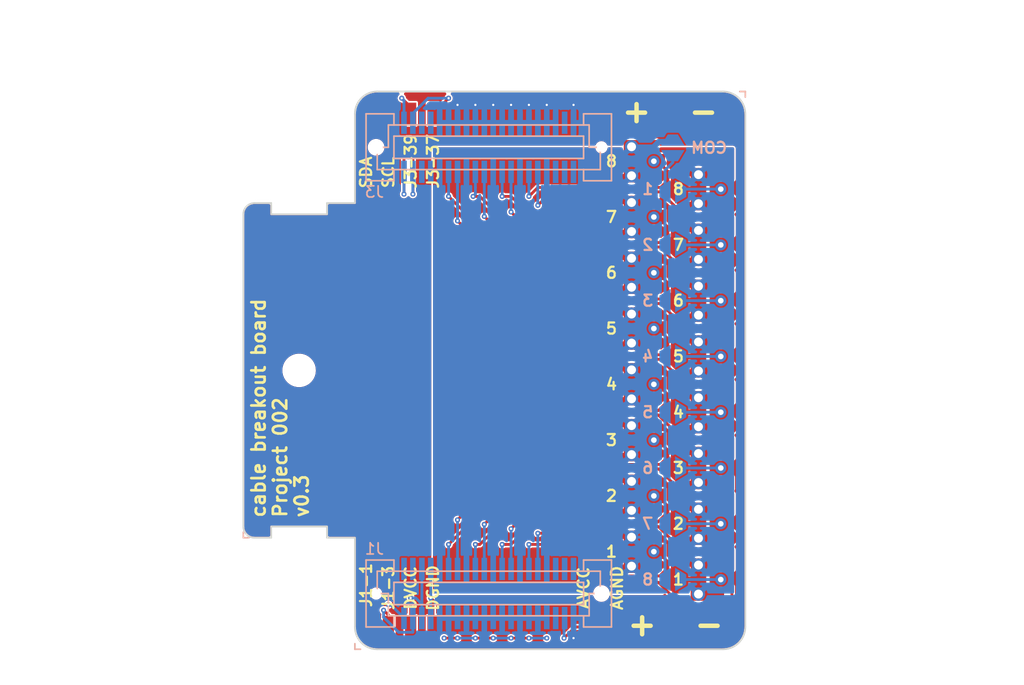
<source format=kicad_pcb>
(kicad_pcb (version 20210126) (generator pcbnew)

  (general
    (thickness 1.6)
  )

  (paper "A4")
  (layers
    (0 "F.Cu" signal)
    (31 "B.Cu" signal)
    (32 "B.Adhes" user "B.Adhesive")
    (33 "F.Adhes" user "F.Adhesive")
    (34 "B.Paste" user)
    (35 "F.Paste" user)
    (36 "B.SilkS" user "B.Silkscreen")
    (37 "F.SilkS" user "F.Silkscreen")
    (38 "B.Mask" user)
    (39 "F.Mask" user)
    (40 "Dwgs.User" user "User.Drawings")
    (41 "Cmts.User" user "User.Comments")
    (42 "Eco1.User" user "User.Eco1")
    (43 "Eco2.User" user "User.Eco2")
    (44 "Edge.Cuts" user)
    (45 "Margin" user)
    (46 "B.CrtYd" user "B.Courtyard")
    (47 "F.CrtYd" user "F.Courtyard")
    (48 "B.Fab" user)
    (49 "F.Fab" user)
  )

  (setup
    (pcbplotparams
      (layerselection 0x00010fc_ffffffff)
      (disableapertmacros false)
      (usegerberextensions true)
      (usegerberattributes false)
      (usegerberadvancedattributes false)
      (creategerberjobfile false)
      (svguseinch false)
      (svgprecision 6)
      (excludeedgelayer false)
      (plotframeref false)
      (viasonmask false)
      (mode 1)
      (useauxorigin true)
      (hpglpennumber 1)
      (hpglpenspeed 20)
      (hpglpendiameter 15.000000)
      (dxfpolygonmode true)
      (dxfimperialunits true)
      (dxfusepcbnewfont true)
      (psnegative false)
      (psa4output false)
      (plotreference true)
      (plotvalue true)
      (plotinvisibletext false)
      (sketchpadsonfab false)
      (subtractmaskfromsilk false)
      (outputformat 1)
      (mirror false)
      (drillshape 0)
      (scaleselection 1)
      (outputdirectory "gerber")
    )
  )


  (net 0 "")
  (net 1 "VDDA")
  (net 2 "VSSA")
  (net 3 "GNDD")
  (net 4 "VDD")
  (net 5 "/BIAS")
  (net 6 "Net-(J1-Pad35)")
  (net 7 "Net-(J1-Pad1)")
  (net 8 "/SDA_PT")
  (net 9 "Net-(J1-Pad3)")
  (net 10 "/SCL_PT")
  (net 11 "Net-(J3-Pad37)")
  (net 12 "Net-(J3-Pad39)")
  (net 13 "Net-(J3-Pad4)")
  (net 14 "Net-(J3-Pad6)")
  (net 15 "Net-(J1-Pad2)")
  (net 16 "Net-(J1-Pad4)")
  (net 17 "Net-(J1-Pad36)")
  (net 18 "Net-(J1-Pad38)")
  (net 19 "Net-(J3-Pad2)")
  (net 20 "/4N")
  (net 21 "/4P")
  (net 22 "/3N")
  (net 23 "/3P")
  (net 24 "/2N")
  (net 25 "/2P")
  (net 26 "/1N")
  (net 27 "/1P")
  (net 28 "/8N")
  (net 29 "/8P")
  (net 30 "/7N")
  (net 31 "/7P")
  (net 32 "/6N")
  (net 33 "/6P")
  (net 34 "/5N")
  (net 35 "/5P")
  (net 36 "/NCOM")
  (net 37 "Net-(J1-Pad37)")
  (net 38 "Net-(J1-Pad40)")
  (net 39 "Net-(J3-Pad3)")
  (net 40 "Net-(J3-Pad33)")
  (net 41 "Net-(J3-Pad34)")
  (net 42 "Net-(J3-Pad35)")
  (net 43 "Net-(J3-Pad36)")

  (footprint "footprints:patch_pad" (layer "F.Cu") (at 123 138 90))

  (footprint "footprints:patch_pad" (layer "F.Cu") (at 121 138 90))

  (footprint "footprints:patch_pad" (layer "F.Cu") (at 127 138 90))

  (footprint "footprints:patch_pad" (layer "F.Cu") (at 125 138 90))

  (footprint "MountingHole:MountingHole_2.7mm_M2.5_ISO14580" (layer "F.Cu") (at 115 115))

  (footprint "footprints:rg178_coax_solder_pad" (layer "F.Cu") (at 145 96.25 -90))

  (footprint "footprints:rg178_coax_solder_pad" (layer "F.Cu") (at 151 98.75 -90))

  (footprint "footprints:rg178_coax_solder_pad" (layer "F.Cu") (at 145 101.25 -90))

  (footprint "footprints:rg178_coax_solder_pad" (layer "F.Cu") (at 151 103.75 -90))

  (footprint "footprints:rg178_coax_solder_pad" (layer "F.Cu") (at 145 106.25 -90))

  (footprint "footprints:rg178_coax_solder_pad" (layer "F.Cu") (at 151 108.75 -90))

  (footprint "footprints:rg178_coax_solder_pad" (layer "F.Cu") (at 145 111.25 -90))

  (footprint "footprints:rg178_coax_solder_pad" (layer "F.Cu") (at 151 113.75 -90))

  (footprint "footprints:rg178_coax_solder_pad" (layer "F.Cu") (at 145 116.25 -90))

  (footprint "footprints:rg178_coax_solder_pad" (layer "F.Cu") (at 151 118.75 -90))

  (footprint "footprints:rg178_coax_solder_pad" (layer "F.Cu") (at 145 121.25 -90))

  (footprint "footprints:rg178_coax_solder_pad" (layer "F.Cu") (at 151 123.75 -90))

  (footprint "footprints:rg178_coax_solder_pad" (layer "F.Cu") (at 145 126.25 -90))

  (footprint "footprints:rg178_coax_solder_pad" (layer "F.Cu") (at 151 128.75 -90))

  (footprint "footprints:rg178_coax_solder_pad" (layer "F.Cu") (at 145 131.25 -90))

  (footprint "footprints:rg178_coax_solder_pad" (layer "F.Cu") (at 151 133.75 -90))

  (footprint "footprints:patch_pad" (layer "F.Cu") (at 125 92 90))

  (footprint "footprints:patch_pad" (layer "F.Cu") (at 127 92 90))

  (footprint "footprints:patch_pad" (layer "F.Cu") (at 121 92 90))

  (footprint "footprints:patch_pad" (layer "F.Cu") (at 123 92 90))

  (footprint "footprints:patch_pad" (layer "F.Cu") (at 141 138 90))

  (footprint "footprints:patch_pad" (layer "F.Cu") (at 143 138 90))

  (footprint "footprints:bergstak_plug_2x20_male" (layer "B.Cu") (at 132 135))

  (footprint "footprints:bergstak_plug_2x20_male" (layer "B.Cu") (at 132 95 180))

  (footprint "footprints:solder_jumper_2pin" (layer "B.Cu") (at 148.5 99 180))

  (footprint "footprints:solder_jumper_2pin" (layer "B.Cu") (at 148.5 103.75 180))

  (footprint "footprints:solder_jumper_2pin" (layer "B.Cu") (at 148.5 108.75 180))

  (footprint "footprints:solder_jumper_2pin" (layer "B.Cu") (at 148.5 113.75 180))

  (footprint "footprints:solder_jumper_2pin" (layer "B.Cu") (at 148.5 95.05 90))

  (footprint "footprints:solder_jumper_2pin" (layer "B.Cu") (at 148.5 133.75 180))

  (footprint "footprints:solder_jumper_2pin" (layer "B.Cu") (at 148.5 128.75 180))

  (footprint "footprints:solder_jumper_2pin" (layer "B.Cu") (at 148.5 123.75 180))

  (footprint "footprints:solder_jumper_2pin" (layer "B.Cu") (at 148.5 118.75 180))

  (gr_line (start 110 129.5) (end 110 130) (layer "B.SilkS") (width 0.15) (tstamp 03a13e53-3717-4549-943e-e9d059d2c1a3))
  (gr_line (start 120 140) (end 120.5 140) (layer "B.SilkS") (width 0.15) (tstamp 6376da2a-72f8-40b4-a316-f664a361e588))
  (gr_line (start 154.5 90) (end 155 90) (layer "B.SilkS") (width 0.15) (tstamp 6d40e888-36ef-45c2-88fc-e11a687e1597))
  (gr_line (start 110 130) (end 110.5 130) (layer "B.SilkS") (width 0.15) (tstamp 92f23cac-db6b-41ef-b3dc-7ba0b66801f8))
  (gr_line (start 155 90) (end 155 90.5) (layer "B.SilkS") (width 0.15) (tstamp aabfce82-80e9-448c-82e8-0992b661c735))
  (gr_line (start 120 139.5) (end 120 140) (layer "B.SilkS") (width 0.15) (tstamp e3a29455-bc08-4116-b8cd-86800643596f))
  (gr_arc (start 111 101) (end 111.000003 100) (angle -90) (layer "Edge.Cuts") (width 0.15) (tstamp 08e6523d-ede8-4401-9451-aa97694dfba9))
  (gr_line (start 111.000003 100) (end 112.5 100) (layer "Edge.Cuts") (width 0.15) (tstamp 0dbc306c-73f3-4192-adc7-24dc86f1c157))
  (gr_line (start 120 92) (end 120 100) (layer "Edge.Cuts") (width 0.15) (tstamp 1c774524-5313-4e77-83f8-b6af89ecb727))
  (gr_arc (start 153.000001 138) (end 155 138) (angle 90) (layer "Edge.Cuts") (width 0.15) (tstamp 250ddd3e-a0ec-4ee5-bdd7-063c232c7878))
  (gr_arc (start 111 129.000003) (end 110 129) (angle -90) (layer "Edge.Cuts") (width 0.15) (tstamp 25c8ab01-a28e-4367-b259-ebf7b6187e3f))
  (gr_line (start 120 130) (end 120 138) (layer "Edge.Cuts") (width 0.15) (tstamp 2c4f301f-21e4-4833-8da5-3653520060ba))
  (gr_line (start 153 90) (end 122 90) (layer "Edge.Cuts") (width 0.15) (tstamp 4d7b040c-1f02-4c3b-9739-f93597b16421))
  (gr_line (start 112.5 130) (end 112.5 129) (layer "Edge.Cuts") (width 0.15) (tstamp 51782451-5d4f-4509-bbe3-9c5b37082ee1))
  (gr_arc (start 122 92) (end 120.000001 92) (angle 90) (layer "Edge.Cuts") (width 0.15) (tstamp 5370015b-f455-4fa7-92ab-64f24962abf6))
  (gr_line (start 110 129) (end 110 101) (layer "Edge.Cuts") (width 0.15) (tstamp 64ddf8ee-8540-47a6-9d1d-cd272adf81cc))
  (gr_line (start 117.5 101) (end 117.5 100) (layer "Edge.Cuts") (width 0.15) (tstamp 6f0a1304-f239-4877-81f0-598511b346a9))
  (gr_line (start 111 130) (end 112.5 130) (layer "Edge.Cuts") (width 0.15) (tstamp 75d8f5a6-e91b-48b3-9426-5570fd14e0a5))
  (gr_line (start 155 138) (end 155 92) (layer "Edge.Cuts") (width 0.15) (tstamp 76494b2c-4938-40e2-b64c-ffe793b42271))
  (gr_line (start 117.5 129) (end 117.5 130) (layer "Edge.Cuts") (width 0.15) (tstamp 811d1a57-fe17-4c24-a527-aac8c5998991))
  (gr_line (start 112.5 129) (end 117.5 129) (layer "Edge.Cuts") (width 0.15) (tstamp 8261b309-16c5-43a5-8fda-9572fbbac5e3))
  (gr_arc (start 153.000001 92) (end 153.000001 90.000001) (angle 90) (layer "Edge.Cuts") (width 0.15) (tstamp 82d3fb1d-1dc1-413c-9bd3-76d8a1a85f4f))
  (gr_line (start 117.5 130) (end 120 130) (layer "Edge.Cuts") (width 0.15) (tstamp ba4507d0-0bda-42b3-a889-1e3cef0f8774))
  (gr_line (start 112.5 101) (end 117.5 101) (layer "Edge.Cuts") (width 0.15) (tstamp bc80e889-f61c-4641-9a62-ca86b80b6172))
  (gr_line (start 122 140) (end 153 140) (layer "Edge.Cuts") (width 0.15) (tstamp cca0e202-9505-462e-ab26-65330588a227))
  (gr_arc (start 122 138) (end 122 139.999999) (angle 90) (layer "Edge.Cuts") (width 0.15) (tstamp d850fa98-4b0f-41a3-90b2-193a1a01423a))
  (gr_line (start 112.5 100) (end 112.5 101) (layer "Edge.Cuts") (width 0.15) (tstamp dcaeebe7-249c-4993-a867-2b5859cc6eea))
  (gr_line (start 117.5 100) (end 120 100) (layer "Edge.Cuts") (width 0.15) (tstamp ed596210-9e09-4233-81fe-d80e96032433))
  (gr_text "1" (at 146.25 98.748466) (layer "B.SilkS") (tstamp 00000000-0000-0000-0000-00005b38c0a2)
    (effects (font (size 1 1) (thickness 0.2)) (justify mirror))
  )
  (gr_text "2" (at 146.25 103.748466) (layer "B.SilkS") (tstamp 00000000-0000-0000-0000-00005b38c0a3)
    (effects (font (size 1 1) (thickness 0.2)) (justify mirror))
  )
  (gr_text "3" (at 146.25 108.748466) (layer "B.SilkS") (tstamp 00000000-0000-0000-0000-00005b38c0a4)
    (effects (font (size 1 1) (thickness 0.2)) (justify mirror))
  )
  (gr_text "4" (at 146.25 113.748466) (layer "B.SilkS") (tstamp 00000000-0000-0000-0000-00005b38c0a5)
    (effects (font (size 1 1) (thickness 0.2)) (justify mirror))
  )
  (gr_text "5" (at 146.25 118.748466) (layer "B.SilkS") (tstamp 00000000-0000-0000-0000-00005b38c0a6)
    (effects (font (size 1 1) (thickness 0.2)) (justify mirror))
  )
  (gr_text "6" (at 146.25 123.748466) (layer "B.SilkS") (tstamp 00000000-0000-0000-0000-00005b38c0a7)
    (effects (font (size 1 1) (thickness 0.2)) (justify mirror))
  )
  (gr_text "7" (at 146.25 128.748466) (layer "B.SilkS") (tstamp 00000000-0000-0000-0000-00005b38c0a8)
    (effects (font (size 1 1) (thickness 0.2)) (justify mirror))
  )
  (gr_text "8" (at 146.25 133.748466) (layer "B.SilkS") (tstamp 00000000-0000-0000-0000-00005b38c0a9)
    (effects (font (size 1 1) (thickness 0.2)) (justify mirror))
  )
  (gr_text "COM" (at 151.75 95.05) (layer "B.SilkS") (tstamp 00000000-0000-0000-0000-00005b38c0cf)
    (effects (font (size 1 1) (thickness 0.2)) (justify mirror))
  )
  (gr_text "SCL" (at 123 97.25 90) (layer "F.SilkS") (tstamp 00000000-0000-0000-0000-00005b38bd96)
    (effects (font (size 1 1) (thickness 0.2)))
  )
  (gr_text "J3-39" (at 125 96.25 90) (layer "F.SilkS") (tstamp 00000000-0000-0000-0000-00005b38bd97)
    (effects (font (size 1 1) (thickness 0.2)))
  )
  (gr_text "J3-37" (at 127 96.25 90) (layer "F.SilkS") (tstamp 00000000-0000-0000-0000-00005b38bd9a)
    (effects (font (size 1 1) (thickness 0.2)))
  )
  (gr_text "DVCC" (at 125 134.5 90) (layer "F.SilkS") (tstamp 00000000-0000-0000-0000-00005b38bddd)
    (effects (font (size 1 1) (thickness 0.2)))
  )
  (gr_text "DGND" (at 127 134.5 90) (layer "F.SilkS") (tstamp 00000000-0000-0000-0000-00005b38bdea)
    (effects (font (size 1 1) (thickness 0.2)))
  )
  (gr_text "J1-3" (at 123 134.5 90) (layer "F.SilkS") (tstamp 00000000-0000-0000-0000-00005b38bdef)
    (effects (font (size 1 1) (thickness 0.2)))
  )
  (gr_text "J1-1" (at 121 134.25 90) (layer "F.SilkS") (tstamp 00000000-0000-0000-0000-00005b38bdf7)
    (effects (font (size 1 1) (thickness 0.2)))
  )
  (gr_text "AVCC" (at 140.5 134.5 90) (layer "F.SilkS") (tstamp 00000000-0000-0000-0000-00005b38be1b)
    (effects (font (size 1 1) (thickness 0.2)))
  )
  (gr_text "AGND" (at 143.5 134.5 90) (layer "F.SilkS") (tstamp 00000000-0000-0000-0000-00005b38becf)
    (effects (font (size 1 1) (thickness 0.2)))
  )
  (gr_text "1" (at 143 131.25) (layer "F.SilkS") (tstamp 00000000-0000-0000-0000-00005b38c004)
    (effects (font (size 1 1) (thickness 0.2)))
  )
  (gr_text "1" (at 149 133.75) (layer "F.SilkS") (tstamp 00000000-0000-0000-0000-00005b38c009)
    (effects (font (size 1 1) (thickness 0.2)))
  )
  (gr_text "2" (at 149 128.75) (layer "F.SilkS") (tstamp 00000000-0000-0000-0000-00005b38c00a)
    (effects (font (size 1 1) (thickness 0.2)))
  )
  (gr_text "2" (at 143 126.25) (layer "F.SilkS") (tstamp 00000000-0000-0000-0000-00005b38c00b)
    (effects (font (size 1 1) (thickness 0.2)))
  )
  (gr_text "3" (at 143 121.25) (layer "F.SilkS") (tstamp 00000000-0000-0000-0000-00005b38c00c)
    (effects (font (size 1 1) (thickness 0.2)))
  )
  (gr_text "3" (at 149 123.75) (layer "F.SilkS") (tstamp 00000000-0000-0000-0000-00005b38c00d)
    (effects (font (size 1 1) (thickness 0.2)))
  )
  (gr_text "4" (at 149 118.75) (layer "F.SilkS") (tstamp 00000000-0000-0000-0000-00005b38c00e)
    (effects (font (size 1 1) (thickness 0.2)))
  )
  (gr_text "4" (at 143 116.25) (layer "F.SilkS") (tstamp 00000000-0000-0000-0000-00005b38c00f)
    (effects (font (size 1 1) (thickness 0.2)))
  )
  (gr_text "5" (at 149 113.75) (layer "F.SilkS") (tstamp 00000000-0000-0000-0000-00005b38c01d)
    (effects (font (size 1 1) (thickness 0.2)))
  )
  (gr_text "6" (at 149 108.75) (layer "F.SilkS") (tstamp 00000000-0000-0000-0000-00005b38c01e)
    (effects (font (size 1 1) (thickness 0.2)))
  )
  (gr_text "5" (at 143 111.25) (layer "F.SilkS") (tstamp 00000000-0000-0000-0000-00005b38c01f)
    (effects (font (size 1 1) (thickness 0.2)))
  )
  (gr_text "6" (at 143 106.25) (layer "F.SilkS") (tstamp 00000000-0000-0000-0000-00005b38c020)
    (effects (font (size 1 1) (thickness 0.2)))
  )
  (gr_text "7" (at 143 101.25) (layer "F.SilkS") (tstamp 00000000-0000-0000-0000-00005b38c021)
    (effects (font (size 1 1) (thickness 0.2)))
  )
  (gr_text "7" (at 149 103.75) (layer "F.SilkS") (tstamp 00000000-0000-0000-0000-00005b38c022)
    (effects (font (size 1 1) (thickness 0.2)))
  )
  (gr_text "8" (at 149 98.75) (layer "F.SilkS") (tstamp 00000000-0000-0000-0000-00005b38c023)
    (effects (font (size 1 1) (thickness 0.2)))
  )
  (gr_text "8" (at 143 96.25) (layer "F.SilkS") (tstamp 00000000-0000-0000-0000-00005b38c026)
    (effects (font (size 1 1) (thickness 0.2)))
  )
  (gr_text "+" (at 145.75 137.75) (layer "F.SilkS") (tstamp 00000000-0000-0000-0000-00005b38c08a)
    (effects (font (size 2 2) (thickness 0.4)))
  )
  (gr_text "-" (at 151.75 137.75) (layer "F.SilkS") (tstamp 00000000-0000-0000-0000-00005b38c08f)
    (effects (font (size 2 2) (thickness 0.4)))
  )
  (gr_text "-" (at 151.25 91.75) (layer "F.SilkS") (tstamp 00000000-0000-0000-0000-00005b38c098)
    (effects (font (size 2 2) (thickness 0.4)))
  )
  (gr_text "+" (at 145.25 91.75) (layer "F.SilkS") (tstamp 00000000-0000-0000-0000-00005b38c099)
    (effects (font (size 2 2) (thickness 0.4)))
  )
  (gr_text "cable breakout board\nProject 002\nv0.3" (at 113.3 128.3 90) (layer "F.SilkS") (tstamp 7ba75db3-3851-490f-a1b3-dbbdde26ef85)
    (effects (font (size 1.2 1.2) (thickness 0.24)) (justify left))
  )
  (gr_text "SDA" (at 121 97.25 90) (layer "F.SilkS") (tstamp 89e1fdd0-fc27-4744-a6d3-5c03a9b522f5)
    (effects (font (size 1 1) (thickness 0.2)))
  )
  (dimension (type aligned) (layer "Cmts.User") (tstamp 0e072372-ea32-48e1-ae14-7dd0fe2c8259)
    (pts (xy 155.039636 140) (xy 155.039636 90))
    (height 4.960364)
    (gr_text "50.0000 mm" (at 161.8 115 90) (layer "Cmts.User") (tstamp 0e072372-ea32-48e1-ae14-7dd0fe2c8259)
      (effects (font (size 1.5 1.5) (thickness 0.3)))
    )
    (format (units 2) (units_format 1) (precision 4))
    (style (thickness 0.3) (arrow_length 1.27) (text_position_mode 0) (extension_height 0.58642) (extension_offset 0) keep_text_aligned)
  )
  (dimension (type aligned) (layer "Cmts.User") (tstamp 107b5c1d-c894-4695-87a3-5eb8e5726e72)
    (pts (xy 155 99.638011) (xy 110 99.638011))
    (height 14.638011)
    (gr_text "45.0000 mm" (at 132.5 83.2) (layer "Cmts.User") (tstamp 107b5c1d-c894-4695-87a3-5eb8e5726e72)
      (effects (font (size 1.5 1.5) (thickness 0.3)))
    )
    (format (units 2) (units_format 1) (precision 4))
    (style (thickness 0.3) (arrow_length 1.27) (text_position_mode 0) (extension_height 0.58642) (extension_offset 0) keep_text_aligned)
  )
  (dimension (type aligned) (layer "Cmts.User") (tstamp 6d680285-6ab2-4080-93cc-51de21c62c8e)
    (pts (xy 120 130) (xy 110 130))
    (height -12.5)
    (gr_text "10.0000 mm" (at 115 144.3) (layer "Cmts.User") (tstamp 6d680285-6ab2-4080-93cc-51de21c62c8e)
      (effects (font (size 1.5 1.5) (thickness 0.3)))
    )
    (format (units 2) (units_format 1) (precision 4))
    (style (thickness 0.3) (arrow_length 1.27) (text_position_mode 0) (extension_height 0.58642) (extension_offset 0) keep_text_aligned)
  )
  (dimension (type aligned) (layer "Cmts.User") (tstamp a276b4d1-1b0d-4acf-9898-c412ecedf393)
    (pts (xy 110 130) (xy 110 100))
    (height -12.5)
    (gr_text "30.0000 mm" (at 95.7 115 90) (layer "Cmts.User") (tstamp a276b4d1-1b0d-4acf-9898-c412ecedf393)
      (effects (font (size 1.5 1.5) (thickness 0.3)))
    )
    (format (units 2) (units_format 1) (precision 4))
    (style (thickness 0.3) (arrow_length 1.27) (text_position_mode 0) (extension_height 0.58642) (extension_offset 0) keep_text_aligned)
  )
  (dimension (type aligned) (layer "Cmts.User") (tstamp af1dc8c2-4d3a-4300-8cf6-c923272c6965)
    (pts (xy 120 100) (xy 120 90))
    (height -15)
    (gr_text "10.0000 mm" (at 103.2 95 90) (layer "Cmts.User") (tstamp af1dc8c2-4d3a-4300-8cf6-c923272c6965)
      (effects (font (size 1.5 1.5) (thickness 0.3)))
    )
    (format (units 2) (units_format 1) (precision 4))
    (style (thickness 0.3) (arrow_length 1.27) (text_position_mode 0) (extension_height 0.58642) (extension_offset 0) keep_text_aligned)
  )
  (dimension (type aligned) (layer "Cmts.User") (tstamp ba5b82c0-3b4b-4e78-9075-a300bcf98e6f)
    (pts (xy 110 115) (xy 115 115))
    (height 20)
    (gr_text "5.0000 mm" (at 112.5 136.8) (layer "Cmts.User") (tstamp ba5b82c0-3b4b-4e78-9075-a300bcf98e6f)
      (effects (font (size 1.5 1.5) (thickness 0.3)))
    )
    (format (units 2) (units_format 1) (precision 4))
    (style (thickness 0.3) (arrow_length 1.27) (text_position_mode 0) (extension_height 0.58642) (extension_offset 0) keep_text_aligned)
  )
  (dimension (type aligned) (layer "Cmts.User") (tstamp e635ba4e-0d02-4257-9957-3e95043094bd)
    (pts (xy 115 100) (xy 115 115))
    (height 7.5)
    (gr_text "15.0000 mm" (at 105.7 107.5 270) (layer "Cmts.User") (tstamp e635ba4e-0d02-4257-9957-3e95043094bd)
      (effects (font (size 1.5 1.5) (thickness 0.3)))
    )
    (format (units 2) (units_format 1) (precision 4))
    (style (thickness 0.3) (arrow_length 1.27) (text_position_mode 0) (extension_height 0.58642) (extension_offset 0) keep_text_aligned)
  )

  (segment (start 135.6 139) (end 134 139) (width 0.254) (layer "F.Cu") (net 0) (tstamp 224e43d0-527d-46ac-8482-bfcc66e21df8))
  (segment (start 130.800004 139.000004) (end 130.8 139) (width 0.254) (layer "F.Cu") (net 0) (tstamp 3c1b4669-04e1-44dd-82cb-9b40e247f7d8))
  (segment (start 129.2 139) (end 128 139) (width 0.254) (layer "F.Cu") (net 0) (tstamp 67e8434d-c6a0-4e6b-91d6-369e6c10046e))
  (segment (start 132.4 139.000004) (end 130.800004 139.000004) (width 0.254) (layer "F.Cu") (net 0) (tstamp 6ae5bf7e-4ffa-486c-ac86-58d0985c41e7))
  (via (at 134 139) (size 0.45) (drill 0.2) (layers "F.Cu" "B.Cu") (net 0) (tstamp 753a65d7-8ba4-40de-96f6-0a4942165bec))
  (via (at 135.6 139) (size 0.45) (drill 0.2) (layers "F.Cu" "B.Cu") (net 0) (tstamp 7fd1c69c-0a18-448b-9147-3c5b07ea879c))
  (via (at 137.2 139) (size 0.45) (drill 0.2) (layers "F.Cu" "B.Cu") (net 0) (tstamp 8bd305f5-22c7-4935-a8fd-ed634bafa8e9))
  (via (at 128 139) (size 0.45) (drill 0.2) (layers "F.Cu" "B.Cu") (net 0) (tstamp ba79b576-8e3e-4b2b-9c03-a190abfa09c1))
  (via (at 130.8 139) (size 0.45) (drill 0.2) (layers "F.Cu" "B.Cu") (net 0) (tstamp c5c40ed9-ebfc-40e6-9399-26aa48b777e2))
  (via (at 132.4 139.000004) (size 0.45) (drill 0.2) (layers "F.Cu" "B.Cu") (net 0) (tstamp cca8d016-8ec4-4c91-a475-abd7697fd99a))
  (via (at 129.2 139) (size 0.45) (drill 0.2) (layers "F.Cu" "B.Cu") (net 0) (tstamp df4d18dc-9854-4a6a-982c-4cd6295423fa))
  (segment (start 137.55 94.5) (end 137.774999 94.275001) (width 0.508) (layer "In1.Cu") (net 0) (tstamp 02644629-acc3-4d3a-9612-c5acf9bff4ea))
  (segment (start 122.8 105) (end 125.3 105) (width 0.508) (layer "In1.Cu") (net 0) (tstamp 8c5d08f5-9fb9-4bb4-8925-1869672fcbf0))
  (segment (start 137.774999 94.275001) (end 139.640686 94.275001) (width 0.508) (layer "In1.Cu") (net 0) (tstamp 94fd0594-1824-4aad-89f8-0cf1a02d3880))
  (segment (start 140.6 92.8) (end 140.034315 92.8) (width 0.508) (layer "In1.Cu") (net 0) (tstamp b53ee667-43cb-4868-90bd-164b3e5d9553))
  (segment (start 139.9 94.534315) (end 139.9 95.1) (width 0.508) (layer "In1.Cu") (net 0) (tstamp c0fec306-f0e2-4612-ac26-9be1176a4272))
  (segment (start 139.640686 94.275001) (end 139.9 94.534315) (width 0.508) (layer "In1.Cu") (net 0) (tstamp e62a2e8b-52f1-4dd8-8be6-4e1dc5a7aeda))
  (segment (start 140.034315 92.8) (end 140.009315 92.825) (width 0.508) (layer "In1.Cu") (net 0) (tstamp f429f92f-758c-4932-acad-7c498e87cdc5))
  (segment (start 138.8 95.665685) (end 138.9 95.765685) (width 0.508) (layer "In2.Cu") (net 0) (tstamp 0165e622-f053-4f30-b28f-007379a74102))
  (segment (start 122.837552 106.937552) (end 123.7 107.8) (width 0.508) (layer "In2.Cu") (net 0) (tstamp 2127545d-0c0c-495e-b8a9-43ec30f81a15))
  (segment (start 138.8 95.1) (end 138.8 95.665685) (width 0.508) (layer "In2.Cu") (net 0) (tstamp c6b54312-335c-416c-bd05-15cde5a7d271))
  (segment (start 130.8 139) (end 129.2 139) (width 0.254) (layer "B.Cu") (net 0) (tstamp 058e651a-fa99-4a42-8752-409e47995118))
  (segment (start 137.2 139) (end 135.6 139) (width 0.254) (layer "B.Cu") (net 0) (tstamp 5442afa1-b451-4940-a9ec-7c503454ac3e))
  (segment (start 134 139) (end 132.400004 139) (width 0.254) (layer "B.Cu") (net 0) (tstamp cf603ff0-ef74-4dd5-8260-2f0a46e108a0))
  (segment (start 132.400004 139) (end 132.4 139.000004) (width 0.254) (layer "B.Cu") (net 0) (tstamp f1a56b7e-a94a-4274-82dc-bd82362dff75))
  (segment (start 129.2 91.2) (end 130.8 91.2) (width 0.254) (layer "F.Cu") (net 2) (tstamp 4f6c0115-1e1e-4453-92e4-e636475b5bf8))
  (segment (start 135.6 91.2) (end 137.2 91.2) (width 0.254) (layer "F.Cu") (net 2) (tstamp aa9b4fc1-24d8-47fa-baa3-9f9325561009))
  (segment (start 132.4 91.2) (end 134 91.2) (width 0.254) (layer "F.Cu") (net 2) (tstamp aaecc894-0ea4-4c37-85be-9673afe2a8ef))
  (via (at 139.6 91.2) (size 0.45) (drill 0.2) (layers "F.Cu" "B.Cu") (net 2) (tstamp 06aca06f-7d17-4051-9299-3eaba501fa6e))
  (via (at 129.2 91.2) (size 0.45) (drill 0.2) (layers "F.Cu" "B.Cu") (net 2) (tstamp 2663180e-4a86-4eee-901b-3bdb76c7dc36))
  (via (at 134 91.2) (size 0.45) (drill 0.2) (layers "F.Cu" "B.Cu") (net 2) (tstamp 6ec8ad5f-3ded-41f4-ab58-1164d8671a69))
  (via (at 139.6 139) (size 0.45) (drill 0.2) (layers "F.Cu" "B.Cu") (net 2) (tstamp 84cc63d8-3dbc-461a-96a0-bf10ef0114ee))
  (via (at 137.2 91.2) (size 0.45) (drill 0.2) (layers "F.Cu" "B.Cu") (net 2) (tstamp 861d2b75-c20c-415e-b140-3e84a2013e3a))
  (via (at 132.4 91.2) (size 0.45) (drill 0.2) (layers "F.Cu" "B.Cu") (net 2) (tstamp 968d2bb9-af17-403d-9ecb-7751a5962e08))
  (via (at 135.6 91.2) (size 0.45) (drill 0.2) (layers "F.Cu" "B.Cu") (net 2) (tstamp e7320f35-0828-4aad-8cf6-ca12aa545388))
  (via (at 130.8 91.2) (size 0.45) (drill 0.2) (layers "F.Cu" "B.Cu") (net 2) (tstamp f466ba57-e68c-4448-b84a-4f5a3d0a521b))
  (segment (start 129.2 92.8) (end 129.2 91.2) (width 0.254) (layer "B.Cu") (net 2) (tstamp 267dd870-7b69-4360-a1ac-d5f93d3ce4c1))
  (segment (start 134 91.2) (end 135.6 91.2) (width 0.254) (layer "B.Cu") (net 2) (tstamp 86d1ad58-3458-41b8-af69-5028ed7ccd28))
  (segment (start 139.6 137.2) (end 139.6 139) (width 0.254) (layer "B.Cu") (net 2) (tstamp 9a005919-8bad-4de4-beba-141cd882dc89))
  (segment (start 130.8 91.2) (end 132.4 91.2) (width 0.254) (layer "B.Cu") (net 2) (tstamp b9d6f9d5-4723-4ca5-8dab-3189faa67666))
  (segment (start 137.2 91.2) (end 139.6 91.2) (width 0.254) (layer "B.Cu") (net 2) (tstamp eae9d04a-122b-485a-b5d8-26c0ba5919b4))
  (segment (start 127 138) (end 127 135.600004) (width 0.254) (layer "F.Cu") (net 3) (tstamp 03a99a67-660c-4e72-878a-ef4075c870e7))
  (segment (start 127 135.600004) (end 126.8 135.400004) (width 0.254) (layer "F.Cu") (net 3) (tstamp 8521daa4-a843-41a7-ba4f-c29f1d57f708))
  (via (at 126.8 135.400004) (size 0.45) (drill 0.2) (layers "F.Cu" "B.Cu") (net 3) (tstamp 52c8b021-31e9-402c-9c45-74af93951304))
  (segment (start 126.8 132.8) (end 126.8 134.054) (width 0.254) (layer "B.Cu") (net 3) (tstamp 12bd0f05-9b32-40d6-a40a-0b92fe2dda05))
  (segment (start 126.8 137.2) (end 126.8 135.400004) (width 0.254) (layer "B.Cu") (net 3) (tstamp 58146f76-8346-4a7b-a8b8-eb5711908180))
  (segment (start 126.8 134.054) (end 126.8 135.400004) (width 0.254) (layer "B.Cu") (net 3) (tstamp 9adf91f4-4369-41fc-bd28-cb234b720fc2))
  (segment (start 125 138) (end 125 135.399994) (width 0.254) (layer "F.Cu") (net 4) (tstamp 81014db8-e6f3-4bae-a3eb-727fc6e01545))
  (via (at 125 135.399994) (size 0.45) (drill 0.2) (layers "F.Cu" "B.Cu") (net 4) (tstamp b2dcdca6-7306-41fe-a50b-1bdf23ddab34))
  (segment (start 126.005982 132.8) (end 126.005982 135.994018) (width 0.254) (layer "B.Cu") (net 4) (tstamp 5bba2082-675b-467e-8139-e009f23c2ed1))
  (segment (start 126.005982 135.994018) (end 126 136) (width 0.254) (layer "B.Cu") (net 4) (tstamp 66bbafd2-c92d-4e3d-904b-0baf6c7ff777))
  (segment (start 125.318198 135.399994) (end 125 135.399994) (width 0.254) (layer "B.Cu") (net 4) (tstamp 6d7ae3f5-2674-4ff8-a755-ab5244db60c3))
  (segment (start 126 137.2) (end 126 136) (width 0.254) (layer "B.Cu") (net 4) (tstamp c30d5e7d-327a-4c11-8a29-fd9dc9baf84b))
  (segment (start 125.453994 135.399994) (end 125.318198 135.399994) (width 0.254) (layer "B.Cu") (net 4) (tstamp d62938fc-68ca-48f7-80a5-c327060f0543))
  (segment (start 126 136) (end 126 135.946) (width 0.254) (layer "B.Cu") (net 4) (tstamp e31b547b-c08f-41ad-8da9-986ff1a116f6))
  (segment (start 126 135.946) (end 125.453994 135.399994) (width 0.254) (layer "B.Cu") (net 4) (tstamp e4d3bc32-8138-475d-9438-be277b909803))
  (segment (start 150.8 108.75) (end 150.8 110.05) (width 0.254) (layer "F.Cu") (net 5) (tstamp 184afe32-0a74-4d01-b9b7-e90462f8be83))
  (segment (start 144.8 131.25) (end 144.8 132.55) (width 0.254) (layer "F.Cu") (net 5) (tstamp 216cc40a-60b6-4d62-89c5-89acd589415d))
  (segment (start 145.6 129.85) (end 144.9 129.85) (width 0.254) (layer "F.Cu") (net 5) (tstamp 33d352ab-ce1f-4423-8a84-30e766af3991))
  (segment (start 150.8 133.75) (end 150.8 135.05) (width 0.15) (layer "F.Cu") (net 5) (tstamp 44e0a9d9-0a10-42b3-90b4-0df988430e98))
  (segment (start 150.8 103.75) (end 150.8 105.05) (width 0.15) (layer "F.Cu") (net 5) (tstamp 4d47aa68-44bc-436a-b6bc-d62e44bdfd8d))
  (segment (start 145.6 119.85) (end 144.9 119.85) (width 0.254) (layer "F.Cu") (net 5) (tstamp 631b832e-9568-4026-a46f-e2bd4a50f344))
  (segment (start 144.8 101.25) (end 144.8 102.55) (width 0.254) (layer "F.Cu") (net 5) (tstamp 646a932a-4e67-440e-8c32-0c8801dad06f))
  (segment (start 144.8 96.25) (end 144.8 94.95) (width 0.15) (layer "F.Cu") (net 5) (tstamp 8a037832-d0f7-4c72-838d-98764e759df1))
  (segment (start 150.8 112.45) (end 150.8 113.75) (width 0.15) (layer "F.Cu") (net 5) (tstamp 8f0c3ab6-9d24-45d8-9c73-2aab9e31a42f))
  (segment (start 150.8 127.45) (end 150.8 130.05) (width 0.15) (layer "F.Cu") (net 5) (tstamp aacc94d9-8148-465f-b924-f78e2f4a959e))
  (segment (start 150.8 127.45) (end 150.8 128.75) (width 0.15) (layer "F.Cu") (net 5) (tstamp e19fbabc-ba92-4569-90bc-274b8eca4062))
  (segment (start 144.9 129.85) (end 144.8 129.95) (width 0.254) (layer "F.Cu") (net 5) (tstamp e5c3d196-e1e8-4086-8eed-aedb98fe41a9))
  (segment (start 144.9 119.85) (end 144.8 119.95) (width 0.254) (layer "F.Cu") (net 5) (tstamp e8310fe0-c0aa-44a7-90c7-a5413483a3ca))
  (segment (start 150.8 118.75) (end 150.8 120.05) (width 0.15) (layer "F.Cu") (net 5) (tstamp f56a1393-1e63-4fed-8f7e-cda6bc574357))
  (segment (start 145.8 129.95) (end 146 129.75) (width 0.254) (layer "B.Cu") (net 5) (tstamp 203b6092-37ff-45d1-8b51-ac0f33d53ef8))
  (segment (start 148.35 94.5) (end 147.25 94.5) (width 0.508) (layer "B.Cu") (net 5) (tstamp 4290fe74-fc81-4852-b6af-0d53a735e2b0))
  (segment (start 148.5 94.35) (end 148.35 94.5) (width 0.508) (layer "B.Cu") (net 5) (tstamp 77eae46f-5cd9-4569-aed6-82bbb157d89a))
  (segment (start 144.85 95) (end 144.8 94.95) (width 0.508) (layer "B.Cu") (net 5) (tstamp a65bb10c-0403-4277-abbe-5488e7ad050f))
  (segment (start 144.8 129.95) (end 145.8 129.95) (width 0.254) (layer "B.Cu") (net 5) (tstamp c017cf60-317c-42e4-9dc2-9f30f8c3d201))
  (segment (start 146.75 95) (end 144.85 95) (width 0.508) (layer "B.Cu") (net 5) (tstamp ff76ebe2-3814-4634-b2b6-5f0a9f04c125))
  (segment (start 147.25 94.5) (end 146.75 95) (width 0.508) (layer "B.Cu") (net 5) (tstamp fffef7fa-5421-444a-a466-ce99e5355ba5))
  (segment (start 121.4 136) (end 123 136) (width 0.254) (layer "F.Cu") (net 7) (tstamp 8db26539-3065-40a5-9d8d-46e6e7cfe0d9))
  (segment (start 121 136.4) (end 121.4 136) (width 0.254) (layer "F.Cu") (net 7) (tstamp b216a3df-7119-4074-b5bc-9fd392c12965))
  (segment (start 121 138) (end 121 136.4) (width 0.254) (layer "F.Cu") (net 7) (tstamp f4f77f92-61f3-483b-95ca-d9585624a848))
  (via (at 123 136) (size 0.45) (drill 0.2) (layers "F.Cu" "B.Cu") (net 7) (tstamp 379416fd-b2e7-4d71-bf3c-92276e90de10))
  (segment (start 123 136) (end 123.2 136) (width 0.254) (layer "B.Cu") (net 7) (tstamp 381a58c9-748f-4dfc-95db-ab1b425fbef3))
  (segment (start 123.2 136) (end 124.4 137.2) (width 0.254) (layer "B.Cu") (net 7) (tstamp 92a0a53f-4c53-4ec3-872f-597614d148c2))
  (segment (start 122.254 93.254) (end 121.754 93.254) (width 0.254) (layer "F.Cu") (net 8) (tstamp 3dc7350d-6e2e-446d-9fb0-b8f2dd226336))
  (segment (start 121 92.5) (end 121 92) (width 0.254) (layer "F.Cu") (net 8) (tstamp a8e9b139-d1fe-44b2-97a9-d34704f14da2))
  (segment (start 124.4 95.4) (end 122.254 93.254) (width 0.254) (layer "F.Cu") (net 8) (tstamp a8ff8205-13c8-40f3-a6a3-2eb1b62ee0b5))
  (segment (start 124.4 99.2) (end 124.4 95.4) (width 0.254) (layer "F.Cu") (net 8) (tstamp b38d55c2-7f60-4d07-9473-d5feb190b9c3))
  (segment (start 121.754 93.254) (end 121 92.5) (width 0.254) (layer "F.Cu") (net 8) (tstamp b7939424-26fc-4261-b4d1-06bbcbe0a672))
  (via (at 124.4 99.2) (size 0.45) (drill 0.2) (layers "F.Cu" "B.Cu") (net 8) (tstamp 0f266e4c-f8df-4bb8-8bdf-d8a84943bf62))
  (segment (start 124.4 97.2) (end 124.4 99.2) (width 0.254) (layer "B.Cu") (net 8) (tstamp 0e7d0dca-af8a-4898-824c-290d4606bdb2))
  (segment (start 123 136.926265) (end 122.575735 136.502) (width 0.254) (layer "F.Cu") (net 9) (tstamp 08c96379-6007-4400-bc1a-e6ebf32db1c6))
  (segment (start 123 138) (end 123 136.926265) (width 0.254) (layer "F.Cu") (net 9) (tstamp 29c59710-7e11-493c-871a-10f58e4acdca))
  (via (at 122.575735 136.502) (size 0.45) (drill 0.2) (layers "F.Cu" "B.Cu") (net 9) (tstamp d7d51e2d-c62f-4844-a94e-343bc11a780e))
  (segment (start 125.2 138.454) (end 125.2 137.2) (width 0.254) (layer "B.Cu") (net 9) (tstamp 05e92e1c-092c-43b6-a75a-5c2f33a19e44))
  (segment (start 125.176999 138.477001) (end 125.2 138.454) (width 0.254) (layer "B.Cu") (net 9) (tstamp 1c78fbe3-a32f-47da-bae5-c26c2507f27a))
  (segment (start 123.928399 138.477001) (end 125.176999 138.477001) (width 0.254) (layer "B.Cu") (net 9) (tstamp 3b4ab4c1-49af-48fb-8879-cda7e5569e62))
  (segment (start 122.575735 137.124337) (end 123.928399 138.477001) (width 0.254) (layer "B.Cu") (net 9) (tstamp 8b2c634a-6bf1-4336-8fb5-f0c111771d2c))
  (segment (start 122.575735 136.502) (end 122.575735 137.124337) (width 0.254) (layer "B.Cu") (net 9) (tstamp b801e9f4-4c8d-4259-98b1-7bd93719555b))
  (segment (start 123 93.254) (end 125.2 95.454) (width 0.254) (layer "F.Cu") (net 10) (tstamp 7895c5cc-9233-4d6a-a7c5-10acab09d753))
  (segment (start 123 92) (end 123 93.254) (width 0.254) (layer "F.Cu") (net 10) (tstamp bbeb6a4e-3103-4f1a-9d7f-54bcba3d75d0))
  (segment (start 125.2 95.454) (end 125.2 99.2) (width 0.254) (layer "F.Cu") (net 10) (tstamp c54cc5e6-b85c-4442-877b-59b221973825))
  (via (at 125.2 99.2) (size 0.45) (drill 0.2) (layers "F.Cu" "B.Cu") (net 10) (tstamp 503924fa-f613-42de-a264-749fa29ad987))
  (segment (start 125.2 99.2) (end 125.2 97.2) (width 0.254) (layer "B.Cu") (net 10) (tstamp 572216b3-83e9-41ca-b3af-a3568e28dabf))
  (segment (start 127 92) (end 128.4 90.6) (width 0.254) (layer "F.Cu") (net 11) (tstamp cf494c17-99ff-4d84-8aa2-d14383a1b044))
  (via (at 128.4 90.6) (size 0.45) (drill 0.2) (layers "F.Cu" "B.Cu") (net 11) (tstamp a03ffe1a-e255-472a-ab01-a6e97960d4da))
  (segment (start 128.4 90.6) (end 126.561198 90.6) (width 0.254) (layer "B.Cu") (net 11) (tstamp 064932b2-7ba0-44f7-927b-9ecf4bcf4338))
  (segment (start 125.2 91.961198) (end 125.2 93.314002) (width 0.254) (layer "B.Cu") (net 11) (tstamp 2ec735de-a8aa-4270-8c19-3416c8775ffd))
  (segment (start 126.561198 90.6) (end 125.2 91.961198) (width 0.254) (layer "B.Cu") (net 11) (tstamp e3f9dfe3-c4ac-4e37-8640-762aab689f6a))
  (segment (start 125 91.4) (end 124.2 90.6) (width 0.254) (layer "F.Cu") (net 12) (tstamp 70447fa9-e3ec-49e8-aad1-d774dbe5a1a2))
  (segment (start 125 92) (end 125 91.4) (width 0.254) (layer "F.Cu") (net 12) (tstamp 727566cb-7e1c-4282-8ced-e2173feb241d))
  (via (at 124.2 90.6) (size 0.45) (drill 0.2) (layers "F.Cu" "B.Cu") (net 12) (tstamp bc89ddcb-b09a-4280-9fa9-6ca4a2cecb8e))
  (segment (start 124.4 90.8) (end 124.4 92.8) (width 0.254) (layer "B.Cu") (net 12) (tstamp af6442ae-7a31-4e50-930e-30b63bacc31c))
  (segment (start 124.2 90.6) (end 124.4 90.8) (width 0.254) (layer "B.Cu") (net 12) (tstamp eb31c734-aedb-4448-a075-8039ee075400))
  (segment (start 149.4 121.2) (end 147.2 119) (width 0.254) (layer "F.Cu") (net 20) (tstamp 224b8aa7-ad88-491a-8937-73880839fa5d))
  (segment (start 147.2 119) (end 140 119) (width 0.254) (layer "F.Cu") (net 20) (tstamp 2f3b0159-2223-4d81-a0de-a19cb9d301b1))
  (segment (start 154.054 119.654) (end 154.054 120.346) (width 0.254) (layer "F.Cu") (net 20) (tstamp 47deed66-a284-45c7-8d35-5d3010e20253))
  (segment (start 153.15 118.75) (end 154.054 119.654) (width 0.254) (layer "F.Cu") (net 20) (tstamp 54e36693-7b9e-4bdb-af72-fecc8d618839))
  (segment (start 153.2 121.2) (end 149.4 121.2) (width 0.254) (layer "F.Cu") (net 20) (tstamp 74a8a4c4-7d7e-4399-a540-add9a4c02cfa))
  (segment (start 128.4 130.6) (end 128.4 130.600006) (width 0.254) (layer "F.Cu") (net 20) (tstamp 7caf4031-178c-46a1-bc0a-25a138682039))
  (segment (start 140 119) (end 128.4 130.6) (width 0.254) (layer "F.Cu") (net 20) (tstamp 89e66187-ae02-45be-a40a-ae5d67d73967))
  (segment (start 152.8 118.75) (end 153.15 118.75) (width 0.254) (layer "F.Cu") (net 20) (tstamp 8c5d8730-d259-4cf5-a863-b92426c71dfa))
  (segment (start 154.054 120.346) (end 153.2 121.2) (width 0.254) (layer "F.Cu") (net 20) (tstamp b2101d38-30a2-4df1-8339-c8e6ebf048f7))
  (via (at 128.4 130.600006) (size 0.45) (drill 0.2) (layers "F.Cu" "B.Cu") (net 20) (tstamp f3863601-860e-4a98-b214-c1effc00949a))
  (segment (start 128.4 132.8) (end 128.4 130.600006) (width 0.254) (layer "B.Cu") (net 20) (tstamp 72a79efe-8d97-4a76-99f2-27297870992c))
  (segment (start 152.8 118.75) (end 149.2 118.75) (width 0.254) (layer "B.Cu") (net 20) (tstamp abd61fe4-877f-4717-83db-48b40e80c482))
  (segment (start 139.004011 118.595989) (end 129.424999 128.175001) (width 0.254) (layer "F.Cu") (net 21) (tstamp 03ff9cb3-232f-45e3-a7d2-cf5f33cca98f))
  (segment (start 148.054 117.746) (end 147.204011 118.595989) (width 0.254) (layer "F.Cu") (net 21) (tstamp 046fa825-d9e0-4ff1-ab93-5776afb34f07))
  (segment (start 146.8 116.25) (end 147.15 116.25) (width 0.254) (layer "F.Cu") (net 21) (tstamp 0ddb4a6a-1d37-41ea-b844-0e7f4e6aa75a))
  (segment (start 129.424999 128.175001) (end 129.2 128.4) (width 0.254) (layer "F.Cu") (net 21) (tstamp 18fc561f-1e30-48fc-b98a-b0e2b107ddaf))
  (segment (start 147.15 116.25) (end 148.054 117.154) (width 0.254) (layer "F.Cu") (net 21) (tstamp 24cf3930-d729-4d2a-b773-9eb9767e9348))
  (segment (start 147.204011 118.595989) (end 139.004011 118.595989) (width 0.254) (layer "F.Cu") (net 21) (tstamp 50d1a7bb-c43d-4155-ae45-c4b883482ee1))
  (segment (start 148.054 117.154) (end 148.054 117.746) (width 0.254) (layer "F.Cu") (net 21) (tstamp e9b0372d-2964-4792-8aa7-772aa5e53fe9))
  (via (at 129.2 128.4) (size 0.45) (drill 0.2) (layers "F.Cu" "B.Cu") (net 21) (tstamp 9b991534-2779-4140-98d5-5d0f7bc0f949))
  (segment (start 129.2 132.8) (end 129.2 128.4) (width 0.254) (layer "B.Cu") (net 21) (tstamp 1ae5f843-210b-46dc-b8a5-20b17833b8fd))
  (segment (start 136.8 125) (end 131.2 130.6) (width 0.254) (layer "F.Cu") (net 22) (tstamp 52487e91-a29c-493a-8d0b-c48a003e0c1e))
  (segment (start 149.6 126.2) (end 153.2 126.2) (width 0.254) (layer "F.Cu") (net 22) (tstamp 55552496-2e7f-457f-9acf-f9874abddb67))
  (segment (start 153.8 124.6) (end 152.95 123.75) (width 0.254) (layer "F.Cu") (net 22) (tstamp 5d08a153-131f-4a65-914e-ff53f23a4165))
  (segment (start 140.401679 123.831011) (end 141.5 123.831011) (width 0.254) (layer "F.Cu") (net 22) (tstamp 629e594f-5684-4cf2-997f-bb02a00dbcfb))
  (segment (start 152.95 123.75) (end 152.8 123.75) (width 0.254) (layer "F.Cu") (net 22) (tstamp 68e8f119-a454-4903-b808-e11ec6642aec))
  (segment (start 137.968989 123.831011) (end 136.8 125) (width 0.254) (layer "F.Cu") (net 22) (tstamp 79588905-dce8-4546-aac5-0aa26a48c24f))
  (segment (start 141.5 123.831011) (end 137.968989 123.831011) (width 0.254) (layer "F.Cu") (net 22) (tstamp 8060c3de-47fc-4c4e-87e6-26dcc11bc11a))
  (segment (start 153.2 126.2) (end 153.8 125.6) (width 0.254) (layer "F.Cu") (net 22) (tstamp 99abd002-38a7-4c0e-a3c5-b28254509b1c))
  (segment (start 153.8 125.6) (end 153.8 124.6) (width 0.254) (layer "F.Cu") (net 22) (tstamp b378e6be-9cee-4c09-a757-efb7575b0b05))
  (segment (start 131 130.6) (end 130.8 130.6) (width 0.254) (layer "F.Cu") (net 22) (tstamp c1c23c4a-2690-42e8-971e-cf9c65322054))
  (segment (start 141.5 123.831011) (end 147.231011 123.831011) (width 0.254) (layer "F.Cu") (net 22) (tstamp d8d57fee-a3ed-40d2-be43-0d060ed2d7a1))
  (segment (start 147.231011 123.831011) (end 149.6 126.2) (width 0.254) (layer "F.Cu") (net 22) (tstamp dca81239-a159-4b93-8b60-c582573f9601))
  (segment (start 131.2 130.6) (end 131 130.6) (width 0.254) (layer "F.Cu") (net 22) (tstamp ec08fb33-51c9-430a-8284-223523e4b62d))
  (via (at 130.8 130.6) (size 0.45) (drill 0.2) (layers "F.Cu" "B.Cu") (net 22) (tstamp 3f91795e-5751-4374-94af-3e57b6c77c90))
  (segment (start 152.8 123.75) (end 149.2 123.75) (width 0.254) (layer "B.Cu") (net 22) (tstamp 300aab8a-61e4-4d1b-a1cd-9aacdaa2f565))
  (segment (start 130.8 132.8) (end 130.8 130.6) (width 0.254) (layer "B.Cu") (net 22) (tstamp 3ed97563-ee1a-47bb-bec6-cbf02234953d))
  (segment (start 136.972999 123.427001) (end 131.824999 128.575001) (width 0.254) (layer "F.Cu") (net 23) (tstamp 0a0cf998-6537-4359-a571-42e418d57069))
  (segment (start 147.15 121.25) (end 148.054 122.154) (width 0.254) (layer "F.Cu") (net 23) (tstamp 12eb4b81-1271-4208-b931-daa155db037d))
  (segment (start 148.054 122.746) (end 147.372999 123.427001) (width 0.254) (layer "F.Cu") (net 23) (tstamp 163e1c41-a19f-423f-9ab6-dea8f9ddb739))
  (segment (start 131.824999 128.575001) (end 131.6 128.8) (width 0.254) (layer "F.Cu") (net 23) (tstamp 66e0410e-6edd-4f3f-92fe-71b0ed0c3028))
  (segment (start 146.8 121.25) (end 147.15 121.25) (width 0.254) (layer "F.Cu") (net 23) (tstamp 7f8dba86-e28a-42e5-9d5e-2cdcc20b030d))
  (segment (start 147.372999 123.427001) (end 136.972999 123.427001) (width 0.254) (layer "F.Cu") (net 23) (tstamp b95f90b1-1595-476f-bdc2-ae0f5122cfdd))
  (segment (start 148.054 122.154) (end 148.054 122.746) (width 0.254) (layer "F.Cu") (net 23) (tstamp d6442057-6cf1-4743-9e7d-82b49d4c395f))
  (via (at 131.6 128.8) (size 0.45) (drill 0.2) (layers "F.Cu" "B.Cu") (net 23) (tstamp 235dad2d-6f64-410e-b6a7-7f425b5cf351))
  (segment (start 131.6 132.8) (end 131.6 128.8) (width 0.254) (layer "B.Cu") (net 23) (tstamp abd7fb54-0403-4cc4-b931-fee97a2d327c))
  (segment (start 153.15 128.75) (end 154.054 129.654) (width 0.254) (layer "F.Cu") (net 24) (tstamp 0d7b765b-164c-4938-9f5c-636ad3440640))
  (segment (start 154.054 130.346) (end 153.2 131.2) (width 0.254) (layer "F.Cu") (net 24) (tstamp 1d713601-e89f-475b-a7f3-987ade47ea53))
  (segment (start 143.204011 129.004011) (end 142.8 128.6) (width 0.254) (layer "F.Cu") (net 24) (tstamp 41ab5df5-31e4-4d80-a003-7a2fdf0cf2ea))
  (segment (start 153.2 131.2) (end 149.4 131.2) (width 0.254) (layer "F.Cu") (net 24) (tstamp 568df5f2-dd40-4d57-892e-5344554089ad))
  (segment (start 136 128.6) (end 134 130.6) (width 0.254) (layer "F.Cu") (net 24) (tstamp 635ef166-bf4e-4af3-9039-730e2d3f000c))
  (segment (start 147.204011 129.004011) (end 143.204011 129.004011) (width 0.254) (layer "F.Cu") (net 24) (tstamp 7455955e-02f2-442a-a3e0-3605e72d8b5f))
  (segment (start 133.518198 130.6) (end 133.2 130.6) (width 0.254) (layer "F.Cu") (net 24) (tstamp a9294faf-cc30-4657-8341-010b17d1c06b))
  (segment (start 149.4 131.2) (end 147.204011 129.004011) (width 0.254) (layer "F.Cu") (net 24) (tstamp af7fb780-bf4b-4eca-a5a4-8f35e9abe04e))
  (segment (start 152.8 128.75) (end 153.15 128.75) (width 0.254) (layer "F.Cu") (net 24) (tstamp b7ee7905-ce45-4df8-b486-7a39efdb6db2))
  (segment (start 154.054 129.654) (end 154.054 130.346) (width 0.254) (layer "F.Cu") (net 24) (tstamp d556e2de-2e5f-4e60-96ab-65a67b6d97fe))
  (segment (start 134 130.6) (end 133.518198 130.6) (width 0.254) (layer "F.Cu") (net 24) (tstamp d9c00fae-1576-44e4-b28d-869c80ac6d39))
  (segment (start 142.8 128.6) (end 136 128.6) (width 0.254) (layer "F.Cu") (net 24) (tstamp de0bf436-70b9-40d4-83a2-9d7a15c0348b))
  (via (at 133.2 130.6) (size 0.45) (drill 0.2) (layers "F.Cu" "B.Cu") (net 24) (tstamp 8ddf83b3-46a6-4631-a9d4-048c1f4378c0))
  (segment (start 133.2 132.8) (end 133.2 130.6) (width 0.254) (layer "B.Cu") (net 24) (tstamp 4f011e6a-389e-4647-a4f7-2ffe1e43fa85))
  (segment (start 152.8 128.75) (end 149.2 128.75) (width 0.254) (layer "B.Cu") (net 24) (tstamp 5674a0eb-54e7-4b53-a1ca-c3b4e80955bf))
  (segment (start 134.224999 128.975001) (end 134 129.2) (width 0.254) (layer "F.Cu") (net 25) (tstamp 0f80bcdf-a3c8-43b9-8967-21614d11c609))
  (segment (start 146.8 126.25) (end 147.15 126.25) (width 0.254) (layer "F.Cu") (net 25) (tstamp 0ff3d486-a5e1-4be7-bb3a-f9b84a86b075))
  (segment (start 147.148602 128.6) (end 143.371357 128.6) (width 0.254) (layer "F.Cu") (net 25) (tstamp 1fea4118-02b9-4780-96b9-90bbbd820fb8))
  (segment (start 147.15 126.25) (end 148.054 127.154) (width 0.254) (layer "F.Cu") (net 25) (tstamp 266d0a1b-fa9d-4cec-ae31-472bc86c8fde))
  (segment (start 135.6 127.6) (end 134.224999 128.975001) (width 0.254) (layer "F.Cu") (net 25) (tstamp 357fe5e6-1151-43c5-9cde-c50418b3fbfa))
  (segment (start 143.371357 128.6) (end 142.371357 127.6) (width 0.254) (layer "F.Cu") (net 25) (tstamp 54c6576d-e4db-468c-8e8e-41918df5678f))
  (segment (start 148.054 127.694602) (end 147.148602 128.6) (width 0.254) (layer "F.Cu") (net 25) (tstamp 654c901d-aa3e-44b9-92de-b211e06eeb12))
  (segment (start 148.054 127.154) (end 148.054 127.694602) (width 0.254) (layer "F.Cu") (net 25) (tstamp d13df5fd-d7a1-4363-9455-1cd2566a7183))
  (segment (start 142.371357 127.6) (end 135.6 127.6) (width 0.254) (layer "F.Cu") (net 25) (tstamp d88a8b1e-9542-4f04-9313-9fde70ac8c2d))
  (via (at 134 129.2) (size 0.45) (drill 0.2) (layers "F.Cu" "B.Cu") (net 25) (tstamp dfeadb39-8035-4494-967b-f96343eb7997))
  (segment (start 134 132.8) (end 134 129.2) (width 0.254) (layer "B.Cu") (net 25) (tstamp c658fd1b-10ca-43cd-b10a-a28321c67799))
  (segment (start 153.2 136.2) (end 153.8 135.6) (width 0.254) (layer "F.Cu") (net 26) (tstamp 31a14b7e-3c61-44f8-a2ff-f81b1c450b52))
  (segment (start 147.2 134) (end 149.4 136.2) (width 0.254) (layer "F.Cu") (net 26) (tstamp 3a380077-9232-48cd-816e-d2f663dbbe57))
  (segment (start 135.6 130.6) (end 140 130.6) (width 0.254) (layer "F.Cu") (net 26) (tstamp 48d28b09-3bc2-449d-b7a0-8ea12a3643f1))
  (segment (start 149.4 136.2) (end 153.2 136.2) (width 0.254) (layer "F.Cu") (net 26) (tstamp 6a302a06-d286-47a2-b1b5-0db0ff2fdf49))
  (segment (start 153.8 135.6) (end 153.8 134.4) (width 0.254) (layer "F.Cu") (net 26) (tstamp 8ee95432-18f0-4155-8978-b5f795360713))
  (segment (start 153.8 134.4) (end 153.15 133.75) (width 0.254) (layer "F.Cu") (net 26) (tstamp 94fd7d4f-0b9e-4412-8481-5a6988894666))
  (segment (start 140 130.6) (end 143.4 134) (width 0.254) (layer "F.Cu") (net 26) (tstamp 98f98bb8-6d6c-494c-af86-69ff31a63aad))
  (segment (start 143.4 134) (end 147.2 134) (width 0.254) (layer "F.Cu") (net 26) (tstamp cbb188e2-8c86-4c1f-8afa-b6e5e243a20c))
  (segment (start 153.15 133.75) (end 152.8 133.75) (width 0.254) (layer "F.Cu") (net 26) (tstamp f8a66413-746a-4b1e-ae38-a18a78417465))
  (via (at 135.6 130.6) (size 0.45) (drill 0.2) (layers "F.Cu" "B.Cu") (net 26) (tstamp e26d9d78-23fa-4c4b-a7f1-61eb28c5f26b))
  (segment (start 135.6 132.8) (end 135.6 130.6) (width 0.254) (layer "B.Cu") (net 26) (tstamp 1523e29d-9ba7-418f-ae28-89b89d0f4f99))
  (segment (start 152.8 133.75) (end 150.802038 133.75) (width 0.254) (layer "B.Cu") (net 26) (tstamp 1c2f71c7-e372-4776-8424-73d4b9f54d80))
  (segment (start 150.802038 133.75) (end 149.2 133.75) (width 0.254) (layer "B.Cu") (net 26) (tstamp 25f3977c-04e1-4b77-b5fc-db0c35564bd1))
  (segment (start 136.718196 129.6) (end 136.399998 129.6) (width 0.254) (layer "F.Cu") (net 27) (tstamp 42ab0daf-e393-4028-a77a-ced25965848f))
  (segment (start 147.321601 133.427001) (end 143.427001 133.427001) (width 0.254) (layer "F.Cu") (net 27) (tstamp 4b1fb4da-4ac4-47f8-a4eb-0b38d70e5d67))
  (segment (start 139.6 129.6) (end 136.718196 129.6) (width 0.254) (layer "F.Cu") (net 27) (tstamp 6033adda-7881-4856-80ea-4eceb6e7d987))
  (segment (start 147.15 131.25) (end 148.054 132.154) (width 0.254) (layer "F.Cu") (net 27) (tstamp 6788fd1a-e6c9-40d2-8bef-c57ec357b482))
  (segment (start 148.054 132.154) (end 148.054 132.694602) (width 0.254) (layer "F.Cu") (net 27) (tstamp 8e7688f6-fe47-4d8e-ac88-8660489fcb29))
  (segment (start 148.054 132.694602) (end 147.321601 133.427001) (width 0.254) (layer "F.Cu") (net 27) (tstamp 9749fbb6-f5dd-4b22-a9b8-c04bf3d3a2d8))
  (segment (start 143.427001 133.427001) (end 139.6 129.6) (width 0.254) (layer "F.Cu") (net 27) (tstamp e71cbed8-11a2-4b71-ae29-54a9b45fe960))
  (segment (start 146.8 131.25) (end 147.15 131.25) (width 0.254) (layer "F.Cu") (net 27) (tstamp f1e5069f-c8bf-45f5-a249-0dc61cb5aac6))
  (via (at 136.399998 129.6) (size 0.45) (drill 0.2) (layers "F.Cu" "B.Cu") (net 27) (tstamp efe3f262-8194-4545-bb70-740f0d391f1e))
  (segment (start 136.4 132.8) (end 136.4 129.600002) (width 0.254) (layer "B.Cu") (net 27) (tstamp c166eb13-c6ec-425c-8d16-42fd20956522))
  (segment (start 136.4 129.600002) (end 136.399998 129.6) (width 0.254) (layer "B.Cu") (net 27) (tstamp d275b464-202d-43ca-a0dd-2e27ebf49cfa))
  (segment (start 149.6 101.2) (end 147.4 99) (width 0.254) (layer "F.Cu") (net 28) (tstamp 0054e63a-f1d8-4a74-8f96-032985489bcd))
  (segment (start 154.054 100.546) (end 153.4 101.2) (width 0.254) (layer "F.Cu") (net 28) (tstamp 137c41b9-4961-42df-ad8a-d123e92d6b59))
  (segment (start 152.8 98.75) (end 153.15 98.75) (width 0.254) (layer "F.Cu") (net 28) (tstamp 18ad2a26-0ce4-4304-a83c-4e892e17f3d3))
  (segment (start 136.6 100) (end 136.4 100.2) (width 0.254) (layer "F.Cu") (net 28) (tstamp 2d8ddd43-0970-4ba3-9e93-6bb80b2ebdf7))
  (segment (start 143.2 99.8) (end 136.8 99.8) (width 0.254) (layer "F.Cu") (net 28) (tstamp 7222e52a-e684-4df7-b73c-5291aef5f8e0))
  (segment (start 147.4 99) (end 144 99) (width 0.254) (layer "F.Cu") (net 28) (tstamp 8f05f8a3-6e65-4da6-be78-137108213b8f))
  (segment (start 144 99) (end 143.2 99.8) (width 0.254) (layer "F.Cu") (net 28) (tstamp 981e9d06-fecb-437c-8ace-74d7f22e47c6))
  (segment (start 154.054 99.654) (end 154.054 100.546) (width 0.254) (layer "F.Cu") (net 28) (tstamp a08ae5b7-3772-4ad5-9a3e-ee0a4909bb15))
  (segment (start 136.8 99.8) (end 136.6 100) (width 0.254) (layer "F.Cu") (net 28) (tstamp ab43597e-2d81-4816-920a-bf4e11166fa3))
  (segment (start 153.4 101.2) (end 149.6 101.2) (width 0.254) (layer "F.Cu") (net 28) (tstamp dc2f60fc-6057-4165-ba26-c61d4654ae2a))
  (segment (start 153.15 98.75) (end 154.054 99.654) (width 0.254) (layer "F.Cu") (net 28) (tstamp e084a6df-13a6-46c5-b6ac-1412bd9d348b))
  (via (at 136.4 100.2) (size 0.45) (drill 0.2) (layers "F.Cu" "B.Cu") (net 28) (tstamp af4e145d-7347-483b-94bf-c2d657d93cde))
  (segment (start 136.394018 100.194018) (end 136.4 100.2) (width 0.254) (layer "B.Cu") (net 28) (tstamp 8f805215-9396-4f1b-ba56-5cf339d4cee5))
  (segment (start 149.45 98.75) (end 149.2 99) (width 0.254) (layer "B.Cu") (net 28) (tstamp a2b5ba39-f97a-4c98-8fc5-bf222448064a))
  (segment (start 152.8 98.75) (end 149.45 98.75) (width 0.254) (layer "B.Cu") (net 28) (tstamp a56e8853-0d45-4cdf-996f-4fdf075eac3e))
  (segment (start 136.394018 97.2) (end 136.394018 100.194018) (width 0.254) (layer "B.Cu") (net 28) (tstamp cedabf33-123f-460f-9b18-0b7d862b6ac3))
  (segment (start 147.15 96.25) (end 148.054 97.154) (width 0.254) (layer "F.Cu") (net 29) (tstamp 0a0457a9-0836-47f0-ac37-a6d87f02d31b))
  (segment (start 146.8 96.25) (end 147.15 96.25) (width 0.254) (layer "F.Cu") (net 29) (tstamp 1c3af6a9-d9b5-4b2b-9317-fae8724a16b3))
  (segment (start 148.054 97.946) (end 147.404011 98.595989) (width 0.254) (layer "F.Cu") (net 29) (tstamp 2fff6368-a7e5-4fcc-bfce-5a06473dc990))
  (segment (start 147.404011 98.595989) (end 143.832654 98.595989) (width 0.254) (layer "F.Cu") (net 29) (tstamp 4b5ce84f-38d2-4e08-af3d-b90229fb8ce9))
  (segment (start 148.054 97.154) (end 148.054 97.946) (width 0.254) (layer "F.Cu") (net 29) (tstamp 66bf0474-5333-4978-b12c-354d48a051f1))
  (segment (start 143.832654 98.595989) (end 143.828643 98.6) (width 0.254) (layer "F.Cu") (net 29) (tstamp 91ae3b89-a4ca-4597-a835-7bb7583d8501))
  (segment (start 136.4 98.6) (end 135.824999 99.175001) (width 0.254) (layer "F.Cu") (net 29) (tstamp de700ec3-725b-4a01-9b9a-895ac8830dc4))
  (segment (start 143.828643 98.6) (end 136.4 98.6) (width 0.254) (layer "F.Cu") (net 29) (tstamp e2a73b87-de3d-4ff6-960a-865b23e3f067))
  (segment (start 135.824999 99.175001) (end 135.6 99.4) (width 0.254) (layer "F.Cu") (net 29) (tstamp eb1ef1da-ef53-4df4-bc5a-29fe1bfdb9c1))
  (via (at 135.6 99.4) (size 0.45) (drill 0.2) (layers "F.Cu" "B.Cu") (net 29) (tstamp 5d30aa4a-3fc8-4a92-8891-fd624cf436c8))
  (segment (start 135.6 97.2) (end 135.6 99.4) (width 0.254) (layer "B.Cu") (net 29) (tstamp 7e5ebe5b-eb9a-412d-9e56-c25e9cbb4030))
  (segment (start 152.8 103.75) (end 153.15 103.75) (width 0.254) (layer "F.Cu") (net 30) (tstamp 1fd2fa81-7255-42ec-91af-fbf29bab281e))
  (segment (start 134.224999 101.024999) (end 134 100.8) (width 0.254) (layer "F.Cu") (net 30) (tstamp 343202db-6b64-4641-8a8c-67b041acf087))
  (segment (start 149.6 106.2) (end 147.343011 103.943011) (width 0.254) (layer "F.Cu") (net 30) (tstamp 3c666f5f-ca95-405a-80a1-e4b7cb58a8b9))
  (segment (start 153.15 103.75) (end 154.054 104.654) (width 0.254) (layer "F.Cu") (net 30) (tstamp 53c9342d-c789-4cf4-a095-81b81e6f051f))
  (segment (start 137.143011 103.943011) (end 134.224999 101.024999) (width 0.254) (layer "F.Cu") (net 30) (tstamp 767e61f0-5083-4673-ae94-8bf65d3e60bd))
  (segment (start 153.4 106.2) (end 149.6 106.2) (width 0.254) (layer "F.Cu") (net 30) (tstamp 7718087c-02f1-40a2-acab-21fbf62395a1))
  (segment (start 154.054 105.546) (end 153.4 106.2) (width 0.254) (layer "F.Cu") (net 30) (tstamp 88818bf8-0412-4299-8c7d-4819d1cd0c17))
  (segment (start 147.343011 103.943011) (end 137.143011 103.943011) (width 0.254) (layer "F.Cu") (net 30) (tstamp a603666c-b8cb-4969-ab88-a774aee2cfc5))
  (segment (start 154.054 104.654) (end 154.054 105.546) (width 0.254) (layer "F.Cu") (net 30) (tstamp e9f4cc6e-bad7-45da-8204-dfd3f20f8ea5))
  (via (at 134 100.8) (size 0.45) (drill 0.2) (layers "F.Cu" "B.Cu") (net 30) (tstamp 1dcb39be-0575-4ce9-aef4-db8d6580e7bf))
  (segment (start 152.8 103.75) (end 149.2 103.75) (width 0.254) (layer "B.Cu") (net 30) (tstamp 5ce5e749-07ca-4dbb-9dc8-c14d87dbc304))
  (segment (start 134 100.2) (end 134 100.8) (width 0.254) (layer "B.Cu") (net 30) (tstamp 62923b07-5f00-4902-9811-a5f8cf6e8e7e))
  (segment (start 134 98.454) (end 134 100.2) (width 0.254) (layer "B.Cu") (net 30) (tstamp 8284506e-b1a1-40da-b318-b39c2cf23e2a))
  (segment (start 134 97.2) (end 134 100.2) (width 0.254) (layer "B.Cu") (net 30) (tstamp e8d45f90-9f75-4303-83c4-b51ed72da652))
  (segment (start 147.15 101.25) (end 148.054 102.154) (width 0.254) (layer "F.Cu") (net 31) (tstamp 4601ec58-5ef4-46e1-aaea-1caba49908e7))
  (segment (start 147.461 103.539) (end 138.139 103.539) (width 0.254) (layer "F.Cu") (net 31) (tstamp 704177ce-2e58-40d4-856b-57e447a7c764))
  (segment (start 138.139 103.539) (end 134 99.4) (width 0.254) (layer "F.Cu") (net 31) (tstamp 84a8fe7f-364a-4890-83de-f8fee3c1d2c1))
  (segment (start 146.8 101.25) (end 147.15 101.25) (width 0.254) (layer "F.Cu") (net 31) (tstamp 9bcc3a61-de33-4ad9-a5b5-8ab0a66b24ee))
  (segment (start 148.054 102.154) (end 148.054 102.946) (width 0.254) (layer "F.Cu") (net 31) (tstamp a9e0b704-7c38-4717-b597-ec3c641bf352))
  (segment (start 134 99.4) (end 133.518198 99.4) (width 0.254) (layer "F.Cu") (net 31) (tstamp b82df96c-40de-4665-94e3-b6583f5c1167))
  (segment (start 133.518198 99.4) (end 133.2 99.4) (width 0.254) (layer "F.Cu") (net 31) (tstamp d076beac-b613-411f-9c6f-4db4df738c80))
  (segment (start 148.054 102.946) (end 147.461 103.539) (width 0.254) (layer "F.Cu") (net 31) (tstamp ddf71a58-426d-4a6e-8ed1-6c5cab1b7bf7))
  (via (at 133.2 99.4) (size 0.45) (drill 0.2) (layers "F.Cu" "B.Cu") (net 31) (tstamp 53e9507f-45cf-4a3f-88e8-a3f39d839d0c))
  (segment (start 133.2 97.2) (end 133.2 99.4) (width 0.254) (layer "B.Cu") (net 31) (tstamp 574d343e-22a9-4176-a26f-f6ae3ac3f893))
  (segment (start 154.054 110.346) (end 153.2 111.2) (width 0.254) (layer "F.Cu") (net 32) (tstamp 09d59315-6d4d-4429-9d45-c1d1caef4d22))
  (segment (start 139.404011 109.004011) (end 131.824999 101.424999) (width 0.254) (layer "F.Cu") (net 32) (tstamp 49335827-88c9-4ab5-bd02-8b7151907b4f))
  (segment (start 149.6 111.2) (end 147.404011 109.004011) (width 0.254) (layer "F.Cu") (net 32) (tstamp 4bd485b2-32c2-4927-b039-4e763a9faa0f))
  (segment (start 154.054 109.654) (end 154.054 110.346) (width 0.254) (layer "F.Cu") (net 32) (tstamp 6a40b09d-1c40-4430-9a80-a9905187b826))
  (segment (start 147.404011 109.004011) (end 139.404011 109.004011) (width 0.254) (layer "F.Cu") (net 32) (tstamp 96f2c84c-1e2e-46c1-8afe-80a3b04d4e50))
  (segment (start 153.15 108.75) (end 154.054 109.654) (width 0.254) (layer "F.Cu") (net 32) (tstamp ab3c6057-46c6-46d0-9836-18f78416ec14))
  (segment (start 152.8 108.75) (end 153.15 108.75) (width 0.254) (layer "F.Cu") (net 32) (tstamp dc1f7428-67ec-4604-9739-7ea4cc0f82d6))
  (segment (start 131.824999 101.424999) (end 131.6 101.2) (width 0.254) (layer "F.Cu") (net 32) (tstamp ee88f17b-0989-4292-a4f5-4d605a485d7d))
  (segment (start 153.2 111.2) (end 149.6 111.2) (width 0.254) (layer "F.Cu") (net 32) (tstamp f5f6f563-556b-47f7-ac71-47497b44f6a4))
  (via (at 131.6 101.2) (size 0.45) (drill 0.2) (layers "F.Cu" "B.Cu") (net 32) (tstamp 3a09e352-ecca-42e6-b252-43cbea273254))
  (segment (start 131.6 97.2) (end 131.6 101.2) (width 0.254) (layer "B.Cu") (net 32) (tstamp 435cd7a5-e199-4e32-93fb-a1347e194210))
  (segment (start 150.802038 108.75) (end 149.2 108.75) (width 0.254) (layer "B.Cu") (net 32) (tstamp de171b56-5581-4c21-be13-03a4d442a1d1))
  (segment (start 152.8 108.75) (end 150.802038 108.75) (width 0.254) (layer "B.Cu") (net 32) (tstamp eabb7ada-a460-466d-b223-518f0d0b5a02))
  (segment (start 140.4 108.6) (end 131.2 99.4) (width 0.254) (layer "F.Cu") (net 33) (tstamp 216641d7-a5df-4a79-819b-5be67d8cf7b1))
  (segment (start 147.4 108.6) (end 140.4 108.6) (width 0.254) (layer "F.Cu") (net 33) (tstamp 658c38b4-0e3c-49c4-8722-7ff8c7e1f1d8))
  (segment (start 131.2 99.4) (end 130.918198 99.4) (width 0.254) (layer "F.Cu") (net 33) (tstamp 7ae866f8-f1a1-42ce-92e0-79f928d2afcc))
  (segment (start 130.918198 99.4) (end 130.6 99.4) (width 0.254) (layer "F.Cu") (net 33) (tstamp b873136a-5a2d-4781-8a40-e9ab38ff6625))
  (segment (start 147.15 106.25) (end 148.054 107.154) (width 0.254) (layer "F.Cu") (net 33) (tstamp d7a5ae90-2fac-48aa-9092-b02e14b8e272))
  (segment (start 148.054 107.946) (end 147.4 108.6) (width 0.254) (layer "F.Cu") (net 33) (tstamp d80a48c6-f7be-4441-8cf1-a1530f39e5bf))
  (segment (start 146.8 106.25) (end 147.15 106.25) (width 0.254) (layer "F.Cu") (net 33) (tstamp f12d14b7-8c08-4e37-a2fe-e21a328ba88f))
  (segment (start 148.054 107.154) (end 148.054 107.946) (width 0.254) (layer "F.Cu") (net 33) (tstamp f6778c4e-5bb0-422a-b21a-584ec9adeb41))
  (via (at 130.6 99.4) (size 0.45) (drill 0.2) (layers "F.Cu" "B.Cu") (net 33) (tstamp 88e5fd89-7c3f-4da1-a20d-c0b3679fad58))
  (segment (start 130.8 97.2) (end 130.8 98.6) (width 0.254) (layer "B.Cu") (net 33) (tstamp 070ede5b-9d40-4108-877b-1d35661a7ee2))
  (segment (start 130.8 99.2) (end 130.6 99.4) (width 0.254) (layer "B.Cu") (net 33) (tstamp baae922d-e6b7-40f3-b0c7-c97bdf9951b4))
  (segment (start 130.8 98.6) (end 130.8 99.2) (width 0.254) (layer "B.Cu") (net 33) (tstamp e266d86a-e6d1-4bfb-adae-649ec4ed3a3d))
  (segment (start 153.2 116.2) (end 149.6 116.2) (width 0.254) (layer "F.Cu") (net 34) (tstamp 02bde7c1-f310-46a9-b6d5-ebfcadab504b))
  (segment (start 154.054 114.654) (end 154.054 115.346) (width 0.254) (layer "F.Cu") (net 34) (tstamp 1115d535-d4f9-4a31-aaa2-e5c81ad6d98a))
  (segment (start 153.15 113.75) (end 154.054 114.654) (width 0.254) (layer "F.Cu") (net 34) (tstamp 133b6c90-d7c9-4bae-87d1-0b24d5277c95))
  (segment (start 129.424999 101.824999) (end 129.2 101.6) (width 0.254) (layer "F.Cu") (net 34) (tstamp 344719e1-014e-4dea-9b64-803e1a909e8a))
  (segment (start 152.8 113.75) (end 153.15 113.75) (width 0.254) (layer "F.Cu") (net 34) (tstamp 458bcc3e-efae-47fa-91e5-996e06a95337))
  (segment (start 147.404011 114.004011) (end 141.604011 114.004011) (width 0.254) (layer "F.Cu") (net 34) (tstamp 5915903d-83bf-4115-a1df-75a205b79da8))
  (segment (start 149.6 116.2) (end 147.404011 114.004011) (width 0.254) (layer "F.Cu") (net 34) (tstamp 781fb65e-9448-4fbd-8b3b-25d936579193))
  (segment (start 141.604011 114.004011) (end 129.424999 101.824999) (width 0.254) (layer "F.Cu") (net 34) (tstamp d424b503-7045-46c2-8093-f7b2625eb64c))
  (segment (start 154.054 115.346) (end 153.2 116.2) (width 0.254) (layer "F.Cu") (net 34) (tstamp de0a4410-b1b4-47b9-b022-431781cba239))
  (via (at 129.2 101.6) (size 0.45) (drill 0.2) (layers "F.Cu" "B.Cu") (net 34) (tstamp 0fa4ca9d-2c20-42ae-944b-e191d55e25ae))
  (segment (start 129.2 98.454) (end 129.2 101.6) (width 0.254) (layer "B.Cu") (net 34) (tstamp 3862650f-beaf-4658-9637-4f1ebff8ee12))
  (segment (start 149.2 113.75) (end 152.8 113.75) (width 0.254) (layer "B.Cu") (net 34) (tstamp 90b10c3c-d500-4ce9-a8f2-a9918be2e50f))
  (segment (start 129.2 97.2) (end 129.2 101.6) (width 0.254) (layer "B.Cu") (net 34) (tstamp b0d5a5a1-46f5-4362-ba59-f491f9d4e425))
  (segment (start 128.6 99.6) (end 128.4 99.4) (width 0.254) (layer "F.Cu") (net 35) (tstamp 50145edd-c13b-417e-bb10-7aeeed106753))
  (segment (start 147.15 111.25) (end 148.054 112.154) (width 0.254) (layer "F.Cu") (net 35) (tstamp 5ce7c22c-af8b-4081-815a-4114dd381559))
  (segment (start 147.4 113.6) (end 142.6 113.6) (width 0.254) (layer "F.Cu") (net 35) (tstamp 7539dcf4-173c-4d9e-a522-2f50d4ab21f6))
  (segment (start 142.6 113.6) (end 128.6 99.6) (width 0.254) (layer "F.Cu") (net 35) (tstamp 889adea1-613f-4812-96cf-41ab6bedb69a))
  (segment (start 146.8 111.25) (end 147.15 111.25) (width 0.254) (layer "F.Cu") (net 35) (tstamp 9ee3e7ab-c493-4e3f-ad53-509e6b252c23))
  (segment (start 148.054 112.154) (end 148.054 112.946) (width 0.254) (layer "F.Cu") (net 35) (tstamp d7865612-fa22-4b32-beb5-fd79cc27cd8d))
  (segment (start 148.054 112.946) (end 147.4 113.6) (width 0.254) (layer "F.Cu") (net 35) (tstamp e6cb6e7d-1244-41ee-b2be-dc8220505200))
  (via (at 128.4 99.4) (size 0.45) (drill 0.2) (layers "F.Cu" "B.Cu") (net 35) (tstamp 59bcc50e-a7a1-4ce8-a77d-1492c1c99eec))
  (segment (start 128.4 97.2) (end 128.4 99.4) (width 0.254) (layer "B.Cu") (net 35) (tstamp 5ef70b73-43c0-4144-a495-caf3441f1de0))
  (segment (start 147.8 97.05) (end 147.8 98.15) (width 0.254) (layer "B.Cu") (net 36) (tstamp 09cb5a58-8db7-4247-9e4e-433ccfd14182))
  (segment (start 148.5 95.75) (end 148.5 96.35) (width 0.254) (layer "B.Cu") (net 36) (tstamp 116d1026-892e-4eda-bbb6-ac89917d05ae))
  (segment (start 147.8 103.75) (end 147.8 102.75) (width 0.254) (layer "B.Cu") (net 36) (tstamp 164af4ac-fb4f-4e7b-be8a-63d1c7da991e))
  (segment (start 147.8 102.75) (end 147.8 133.75) (width 0.254) (layer "B.Cu") (net 36) (tstamp 2c751924-3cc7-415f-bff8-98b4da84d4ee))
  (segment (start 147.8 128.75) (end 147.8 123.75) (width 0.254) (layer "B.Cu") (net 36) (tstamp 35625db4-284d-4724-9dc5-e7a5a33241b9))
  (segment (start 147.8 123.75) (end 147.8 118.75) (width 0.254) (layer "B.Cu") (net 36) (tstamp 50a09b8b-23fa-4099-a384-3778ab35d081))
  (segment (start 147.8 99) (end 147.8 102.75) (width 0.254) (layer "B.Cu") (net 36) (tstamp 5f117443-3da7-495e-b373-8d6efebf4b12))
  (segment (start 148.5 96.35) (end 147.8 97.05) (width 0.254) (layer "B.Cu") (net 36) (tstamp 88214814-ee71-47d4-8f31-2bb70117923d))
  (segment (start 147.8 98.15) (end 147.8 99) (width 0.254) (layer "B.Cu") (net 36) (tstamp 99b3475f-2a40-40a1-be2b-8f88d638bfc3))
  (segment (start 147.8 113.75) (end 147.8 108.75) (width 0.254) (layer "B.Cu") (net 36) (tstamp c17f71c8-3ccf-46a1-96d5-9bc92cb5a242))
  (segment (start 147.8 133.75) (end 147.8 128.75) (width 0.254) (layer "B.Cu") (net 36) (tstamp c4e7b0aa-b62e-4a45-9356-74c5397a69a4))
  (segment (start 147.8 108.75) (end 147.8 103.75) (width 0.254) (layer "B.Cu") (net 36) (tstamp dc82bdbc-098a-4c54-b906-ea6fe0463467))
  (segment (start 147.8 118.75) (end 147.8 113.75) (width 0.254) (layer "B.Cu") (net 36) (tstamp dfb140df-22fa-43f5-aced-f4d78b2eeacf))
  (segment (start 147.8 103.75) (end 147.8 99) (width 0.254) (layer "B.Cu") (net 36) (tstamp efb3253d-91fb-4f4b-9d0c-881229f2471a))
  (segment (start 139.75 138) (end 141 138) (width 0.254) (layer "F.Cu") (net 37) (tstamp 3dda7b3b-8a37-44fc-8ee6-14986e8d725d))
  (segment (start 138.75 139) (end 139.75 138) (width 0.254) (layer "F.Cu") (net 37) (tstamp b04ba6bd-0205-4bdd-a2fe-1a1cbd3543a3))
  (via (at 138.75 139) (size 0.45) (drill 0.2) (layers "F.Cu" "B.Cu") (net 37) (tstamp 197094d7-3ef4-4c0a-8be8-eecaecf7687f))
  (segment (start 138.75 137.472999) (end 138.8 137.422999) (width 0.254) (layer "B.Cu") (net 37) (tstamp 46280ef0-37f4-4d51-909b-7eadb17f1bdd))
  (segment (start 138.8 137.422999) (end 138.8 137.2) (width 0.254) (layer "B.Cu") (net 37) (tstamp afe8bcee-a03f-4d9e-bb55-35533b8dbd77))
  (segment (start 138.75 139) (end 138.75 137.472999) (width 0.254) (layer "B.Cu") (net 37) (tstamp c96ea07e-49cf-4223-9a7c-f6cd4e77aac9))

  (zone (net 5) (net_name "/BIAS") (layer "F.Cu") (tstamp 00000000-0000-0000-0000-00005b38c247) (hatch edge 0.508)
    (priority 1)
    (connect_pads (clearance 0.089))
    (min_thickness 0.254) (filled_areas_thickness no)
    (fill yes (thermal_gap 0.2) (thermal_bridge_width 0.508))
    (polygon
      (pts
        (xy 127 95)
        (xy 154 95)
        (xy 154 135)
        (xy 127 135)
      )
    )
    (filled_polygon
      (layer "F.Cu")
      (pts
        (xy 141.501662 95.020002)
        (xy 141.548155 95.073658)
        (xy 141.555247 95.093387)
        (xy 141.587905 95.215265)
        (xy 141.664658 95.345048)
        (xy 141.773485 95.449409)
        (xy 141.906368 95.52066)
        (xy 141.948874 95.530161)
        (xy 142.045131 95.551678)
        (xy 142.045135 95.551678)
        (xy 142.053517 95.553552)
        (xy 142.14795 95.548603)
        (xy 142.195507 95.546111)
        (xy 142.195508 95.546111)
        (xy 142.20409 95.545661)
        (xy 142.346995 95.497568)
        (xy 142.471702 95.412817)
        (xy 142.477245 95.406258)
        (xy 142.477247 95.406256)
        (xy 142.563481 95.304211)
        (xy 142.569024 95.297652)
        (xy 142.572599 95.289844)
        (xy 142.628216 95.168366)
        (xy 142.628216 95.168364)
        (xy 142.631791 95.160557)
        (xy 142.640386 95.10629)
        (xy 142.670798 95.042137)
        (xy 142.731066 95.004609)
        (xy 142.764835 95)
        (xy 143.769 95)
        (xy 143.837121 95.020002)
        (xy 143.883614 95.073658)
        (xy 143.895 95.126)
        (xy 143.895 95.977885)
        (xy 143.899475 95.993124)
        (xy 143.900865 95.994329)
        (xy 143.908548 95.996)
        (xy 144.527885 95.996)
        (xy 144.543124 95.991525)
        (xy 144.544329 95.990135)
        (xy 144.546 95.982452)
        (xy 144.546 95.073325)
        (xy 144.53847 95.04768)
        (xy 144.529885 95.039095)
        (xy 144.508537 95)
        (xy 145.20921 95)
        (xy 145.48448 95.27527)
        (xy 145.518506 95.337582)
        (xy 145.513441 95.408397)
        (xy 145.48448 95.45346)
        (xy 145.30346 95.63448)
        (xy 145.241148 95.668506)
        (xy 145.170333 95.663441)
        (xy 145.12527 95.63448)
        (xy 145.066812 95.576022)
        (xy 145.056723 95.570513)
        (xy 145.054 95.577814)
        (xy 145.054 96.918675)
        (xy 145.057237 96.9297)
        (xy 145.064328 96.926462)
        (xy 145.12527 96.86552)
        (xy 145.187582 96.831494)
        (xy 145.258397 96.836559)
        (xy 145.30346 96.86552)
        (xy 145.48448 97.04654)
        (xy 145.518506 97.108852)
        (xy 145.513441 97.179667)
        (xy 145.48448 97.22473)
        (xy 145.326022 97.383188)
        (xy 145.320513 97.393277)
        (xy 145.327814 97.396)
        (xy 147.286885 97.396)
        (xy 147.302124 97.391525)
        (xy 147.303329 97.390135)
        (xy 147.305 97.382452)
        (xy 147.305 97.1815)
        (xy 147.325002 97.113379)
        (xy 147.378658 97.066886)
        (xy 147.431 97.0555)
        (xy 147.510866 97.0555)
        (xy 147.578987 97.075502)
        (xy 147.599961 97.092405)
        (xy 147.739595 97.232039)
        (xy 147.773621 97.294351)
        (xy 147.7765 97.321134)
        (xy 147.7765 97.778866)
        (xy 147.756498 97.846987)
        (xy 147.739595 97.867961)
        (xy 147.520095 98.087461)
        (xy 147.457783 98.121487)
        (xy 147.386968 98.116422)
        (xy 147.330132 98.073875)
        (xy 147.305321 98.007355)
        (xy 147.305 97.998366)
        (xy 147.305 97.922115)
        (xy 147.300525 97.906876)
        (xy 147.299135 97.905671)
        (xy 147.291452 97.904)
        (xy 145.531325 97.904)
        (xy 145.519162 97.907571)
        (xy 145.528675 97.973721)
        (xy 145.499184 98.038303)
        (xy 145.493052 98.044888)
        (xy 145.30346 98.23448)
        (xy 145.241148 98.268506)
        (xy 145.170333 98.263441)
        (xy 145.12527 98.23448)
        (xy 144.807602 97.916812)
        (xy 144.78414 97.904)
        (xy 143.913115 97.904)
        (xy 143.897876 97.908475)
        (xy 143.896671 97.909865)
        (xy 143.895 97.917548)
        (xy 143.895 98.143813)
        (xy 143.896207 98.156067)
        (xy 143.898889 98.169551)
        (xy 143.892561 98.240265)
        (xy 143.849007 98.296333)
        (xy 143.793102 98.315555)
        (xy 143.793519 98.317407)
        (xy 143.7846 98.319417)
        (xy 143.780563 98.319866)
        (xy 143.780046 98.320044)
        (xy 143.778415 98.320105)
        (xy 143.778409 98.320106)
        (xy 143.770548 98.320401)
        (xy 143.768727 98.321183)
        (xy 143.756899 98.3225)
        (xy 136.44928 98.3225)
        (xy 136.446388 98.322288)
        (xy 136.441268 98.32053)
        (xy 136.391179 98.322411)
        (xy 136.386451 98.3225)
        (xy 136.373154 98.3225)
        (xy 136.369298 98.323218)
        (xy 136.36877 98.323252)
        (xy 136.349517 98.323975)
        (xy 136.349515 98.323975)
        (xy 136.337894 98.324412)
        (xy 136.327207 98.329004)
        (xy 136.320088 98.330608)
        (xy 136.316546 98.331684)
        (xy 136.309738 98.334311)
        (xy 136.298301 98.336441)
        (xy 136.288399 98.342545)
        (xy 136.288396 98.342546)
        (xy 136.279512 98.348023)
        (xy 136.263127 98.356534)
        (xy 136.25102 98.361735)
        (xy 136.251018 98.361736)
        (xy 136.242846 98.365247)
        (xy 136.239837 98.367719)
        (xy 136.237653 98.369903)
        (xy 136.235383 98.371962)
        (xy 136.235221 98.371783)
        (xy 136.228022 98.377473)
        (xy 136.220141 98.384619)
        (xy 136.210239 98.390723)
        (xy 136.203198 98.399983)
        (xy 136.194474 98.411455)
        (xy 136.183273 98.424283)
        (xy 135.617166 98.99039)
        (xy 135.558446 99.023579)
        (xy 135.530363 99.030555)
        (xy 135.448885 99.050794)
        (xy 135.440136 99.056443)
        (xy 135.440134 99.056444)
        (xy 135.384147 99.092595)
        (xy 135.343919 99.11857)
        (xy 135.337473 99.126747)
        (xy 135.273013 99.208513)
        (xy 135.273012 99.208516)
        (xy 135.266565 99.216693)
        (xy 135.225166 99.334581)
        (xy 135.225084 99.344994)
        (xy 135.225084 99.344995)
        (xy 135.224923 99.36552)
        (xy 135.224185 99.459523)
        (xy 135.263727 99.578047)
        (xy 135.33953 99.677373)
        (xy 135.348188 99.683158)
        (xy 135.348189 99.683159)
        (xy 135.421344 99.732039)
        (xy 135.443419 99.746789)
        (xy 135.564192 99.778811)
        (xy 135.688826 99.769987)
        (xy 135.803882 99.721267)
        (xy 135.896954 99.637905)
        (xy 135.958005 99.52889)
        (xy 135.972048 99.451998)
        (xy 136.006903 99.385541)
        (xy 136.478039 98.914405)
        (xy 136.540351 98.880379)
        (xy 136.567134 98.8775)
        (xy 143.425866 98.8775)
        (xy 143.493987 98.897502)
        (xy 143.54048 98.951158)
        (xy 143.550584 99.021432)
        (xy 143.52109 99.086012)
        (xy 143.514961 99.092595)
        (xy 143.121961 99.485595)
        (xy 143.059649 99.519621)
        (xy 143.032866 99.5225)
        (xy 136.849281 99.5225)
        (xy 136.846387 99.522288)
        (xy 136.841268 99.52053)
        (xy 136.791166 99.522411)
        (xy 136.786439 99.5225)
        (xy 136.773154 99.5225)
        (xy 136.769302 99.523217)
        (xy 136.768777 99.523251)
        (xy 136.749521 99.523974)
        (xy 136.749519 99.523974)
        (xy 136.737894 99.524411)
        (xy 136.727201 99.529005)
        (xy 136.720081 99.53061)
        (xy 136.716555 99.531681)
        (xy 136.70974 99.534311)
        (xy 136.698301 99.536441)
        (xy 136.688397 99.542546)
        (xy 136.679512 99.548023)
        (xy 136.663136 99.55653)
        (xy 136.642846 99.565247)
        (xy 136.639837 99.567719)
        (xy 136.637642 99.569914)
        (xy 136.635383 99.571962)
        (xy 136.635221 99.571783)
        (xy 136.628022 99.577473)
        (xy 136.620141 99.584619)
        (xy 136.610239 99.590723)
        (xy 136.603198 99.599983)
        (xy 136.594474 99.611455)
        (xy 136.583273 99.624283)
        (xy 136.417166 99.79039)
        (xy 136.358446 99.823579)
        (xy 136.312882 99.834897)
        (xy 136.248885 99.850794)
        (xy 136.240136 99.856443)
        (xy 136.240134 99.856444)
        (xy 136.152666 99.912922)
        (xy 136.143919 99.91857)
        (xy 136.137473 99.926747)
        (xy 136.073013 100.008513)
        (xy 136.073012 100.008516)
        (xy 136.066565 100.016693)
        (xy 136.025166 100.134581)
        (xy 136.024185 100.259523)
        (xy 136.063727 100.378047)
        (xy 136.13953 100.477373)
        (xy 136.148188 100.483158)
        (xy 136.148189 100.483159)
        (xy 136.211613 100.525537)
        (xy 136.243419 100.546789)
        (xy 136.364192 100.578811)
        (xy 136.488826 100.569987)
        (xy 136.603882 100.521267)
        (xy 136.686814 100.446987)
        (xy 136.689197 100.444853)
        (xy 136.689198 100.444852)
        (xy 136.696954 100.437905)
        (xy 136.758005 100.32889)
        (xy 136.772048 100.251998)
        (xy 136.806903 100.185541)
        (xy 136.874896 100.117548)
        (xy 143.895 100.117548)
        (xy 143.895 100.977885)
        (xy 143.899475 100.993124)
        (xy 143.900865 100.994329)
        (xy 143.908548 100.996)
        (xy 144.527885 100.996)
        (xy 144.543124 100.991525)
        (xy 144.544329 100.990135)
        (xy 144.546 100.982452)
        (xy 144.546 100.122115)
        (xy 144.541525 100.106876)
        (xy 144.540135 100.105671)
        (xy 144.532452 100.104)
        (xy 143.913115 100.104)
        (xy 143.897876 100.108475)
        (xy 143.896671 100.109865)
        (xy 143.895 100.117548)
        (xy 136.874896 100.117548)
        (xy 136.878039 100.114405)
        (xy 136.940351 100.080379)
        (xy 136.967134 100.0775)
        (xy 143.150719 100.0775)
        (xy 143.153613 100.077712)
        (xy 143.158732 100.07947)
        (xy 143.208835 100.077589)
        (xy 143.213561 100.0775)
        (xy 143.226846 100.0775)
        (xy 143.230698 100.076783)
        (xy 143.231223 100.076749)
        (xy 143.250479 100.076026)
        (xy 143.250481 100.076026)
        (xy 143.262106 100.075589)
        (xy 143.272799 100.070995)
        (xy 143.279919 100.06939)
        (xy 143.283445 100.068319)
        (xy 143.29026 100.065689)
        (xy 143.301699 100.063559)
        (xy 143.320489 100.051976)
        (xy 143.336866 100.043469)
        (xy 143.357154 100.034753)
        (xy 143.360163 100.032281)
        (xy 143.362358 100.030086)
        (xy 143.364617 100.028038)
        (xy 143.364779 100.028217)
        (xy 143.371978 100.022527)
        (xy 143.379859 100.015381)
        (xy 143.389761 100.009277)
        (xy 143.405526 99.988545)
        (xy 143.416727 99.975717)
        (xy 143.767823 99.624621)
        (xy 143.830135 99.590595)
        (xy 143.883701 99.590595)
        (xy 143.908548 99.596)
        (xy 144.776675 99.596)
        (xy 144.80232 99.58847)
        (xy 145.076385 99.314405)
        (xy 145.138697 99.280379)
        (xy 145.16548 99.2775)
        (xy 145.26325 99.2775)
        (xy 145.331371 99.297502)
        (xy 145.352345 99.314405)
        (xy 145.492915 99.454975)
        (xy 145.526941 99.517287)
        (xy 145.521876 99.588102)
        (xy 145.519658 99.592958)
        (xy 145.527814 99.596)
        (xy 147.286885 99.596)
        (xy 147.302124 99.591525)
        (xy 147.303329 99.590135)
        (xy 147.306872 99.573846)
        (xy 147.340896 99.511533)
        (xy 147.403208 99.477507)
        (xy 147.474024 99.482571)
        (xy 147.519088 99.511532)
        (xy 149.368927 101.361371)
        (xy 149.370828 101.363573)
        (xy 149.373204 101.368434)
        (xy 149.381731 101.376344)
        (xy 149.381732 101.376345)
        (xy 149.409985 101.402553)
        (xy 149.41339 101.405834)
        (xy 149.422761 101.415205)
        (xy 149.425993 101.417422)
        (xy 149.426377 101.417759)
        (xy 149.440515 101.430874)
        (xy 149.440518 101.430876)
        (xy 149.449045 101.438786)
        (xy 149.459848 101.443096)
        (xy 149.466024 101.447)
        (xy 149.469278 101.448738)
        (xy 149.475958 101.451698)
        (xy 149.485548 101.458277)
        (xy 149.507026 101.463374)
        (xy 149.524626 101.46894)
        (xy 149.536869 101.473825)
        (xy 149.536872 101.473826)
        (xy 149.545129 101.47712)
        (xy 149.549005 101.4775)
        (xy 149.552088 101.4775)
        (xy 149.555157 101.47765)
        (xy 149.555145 101.477891)
        (xy 149.564248 101.478956)
        (xy 149.574878 101.479476)
        (xy 149.5862 101.482163)
        (xy 149.597729 101.480594)
        (xy 149.59773 101.480594)
        (xy 149.612006 101.478651)
        (xy 149.628997 101.4775)
        (xy 149.881819 101.4775)
        (xy 149.94994 101.497502)
        (xy 149.996433 101.551158)
        (xy 150.006537 101.621432)
        (xy 149.977043 101.686012)
        (xy 149.970914 101.692595)
        (xy 149.94815 101.715359)
        (xy 149.917499 101.761232)
        (xy 149.908184 101.783721)
        (xy 149.896207 101.843933)
        (xy 149.895 101.856187)
        (xy 149.895 102.077885)
        (xy 149.899475 102.093124)
        (xy 149.900865 102.094329)
        (xy 149.908548 102.096)
        (xy 150.776675 102.096)
        (xy 150.80232 102.08847)
        (xy 151.12527 101.76552)
        (xy 151.187582 101.731494)
        (xy 151.258397 101.736559)
        (xy 151.30346 101.76552)
        (xy 151.492915 101.954975)
        (xy 151.526941 102.017287)
        (xy 151.521876 102.088102)
        (xy 151.519658 102.092958)
        (xy 151.527814 102.096)
        (xy 153.286885 102.096)
        (xy 153.302124 102.091525)
        (xy 153.303329 102.090135)
        (xy 153.305 102.082452)
        (xy 153.305 101.856187)
        (xy 153.303793 101.843933)
        (xy 153.291816 101.783721)
        (xy 153.282501 101.761232)
        (xy 153.25185 101.715359)
        (xy 153.229086 101.692595)
        (xy 153.19506 101.630283)
        (xy 153.200125 101.559468)
        (xy 153.242672 101.502632)
        (xy 153.309192 101.477821)
        (xy 153.318181 101.4775)
        (xy 153.350719 101.4775)
        (xy 153.353613 101.477712)
        (xy 153.358732 101.47947)
        (xy 153.408835 101.477589)
        (xy 153.413561 101.4775)
        (xy 153.426846 101.4775)
        (xy 153.430698 101.476783)
        (xy 153.431223 101.476749)
        (xy 153.450479 101.476026)
        (xy 153.450481 101.476026)
        (xy 153.462106 101.475589)
        (xy 153.472799 101.470995)
        (xy 153.479919 101.46939)
        (xy 153.483445 101.468319)
        (xy 153.49026 101.465689)
        (xy 153.501699 101.463559)
        (xy 153.520489 101.451976)
        (xy 153.536866 101.443469)
        (xy 153.557154 101.434753)
        (xy 153.560163 101.432281)
        (xy 153.562358 101.430086)
        (xy 153.564617 101.428038)
        (xy 153.564779 101.428217)
        (xy 153.571978 101.422527)
        (xy 153.579859 101.415381)
        (xy 153.589761 101.409277)
        (xy 153.605526 101.388545)
        (xy 153.616727 101.375717)
        (xy 153.784905 101.207539)
        (xy 153.847217 101.173513)
        (xy 153.918032 101.178578)
        (xy 153.974868 101.221125)
        (xy 153.999679 101.287645)
        (xy 154 101.296634)
        (xy 154 102.830751)
        (xy 153.979998 102.898872)
        (xy 153.926342 102.945365)
        (xy 153.849418 102.95433)
        (xy 153.831346 102.950735)
        (xy 153.8 102.9445)
        (xy 153.431 102.9445)
        (xy 153.362879 102.924498)
        (xy 153.316386 102.870842)
        (xy 153.305 102.8185)
        (xy 153.305 102.622115)
        (xy 153.300525 102.606876)
        (xy 153.299135 102.605671)
        (xy 153.291452 102.604)
        (xy 151.331325 102.604)
        (xy 151.3203 102.607237)
        (xy 151.323538 102.614328)
        (xy 151.48448 102.77527)
        (xy 151.518506 102.837582)
        (xy 151.513441 102.908397)
        (xy 151.48448 102.95346)
        (xy 151.30346 103.13448)
        (xy 151.241148 103.168506)
        (xy 151.170333 103.163441)
        (xy 151.12527 103.13448)
        (xy 151.066812 103.076022)
        (xy 151.056723 103.070513)
        (xy 151.054 103.077814)
        (xy 151.054 104.418675)
        (xy 151.057237 104.4297)
        (xy 151.064328 104.426462)
        (xy 151.12527 104.36552)
        (xy 151.187582 104.331494)
        (xy 151.258397 104.336559)
        (xy 151.30346 104.36552)
        (xy 151.48448 104.54654)
        (xy 151.518506 104.608852)
        (xy 151.513441 104.679667)
        (xy 151.48448 104.72473)
        (xy 151.326022 104.883188)
        (xy 151.320513 104.893277)
        (xy 151.327814 104.896)
        (xy 153.286885 104.896)
        (xy 153.302124 104.891525)
        (xy 153.303329 104.890135)
        (xy 153.305 104.882452)
        (xy 153.305 104.6815)
        (xy 153.325002 104.613379)
        (xy 153.378658 104.566886)
        (xy 153.431 104.5555)
        (xy 153.510866 104.5555)
        (xy 153.578987 104.575502)
        (xy 153.599961 104.592405)
        (xy 153.739595 104.732039)
        (xy 153.773621 104.794351)
        (xy 153.7765 104.821134)
        (xy 153.7765 105.378866)
        (xy 153.756498 105.446987)
        (xy 153.739595 105.467961)
        (xy 153.520095 105.687461)
        (xy 153.457783 105.721487)
        (xy 153.386968 105.716422)
        (xy 153.330132 105.673875)
        (xy 153.305321 105.607355)
        (xy 153.305 105.598366)
        (xy 153.305 105.422115)
        (xy 153.300525 105.406876)
        (xy 153.299135 105.405671)
        (xy 153.291452 105.404)
        (xy 151.531325 105.404)
        (xy 151.519162 105.407571)
        (xy 151.528675 105.473721)
        (xy 151.499184 105.538303)
        (xy 151.493052 105.544888)
        (xy 151.30346 105.73448)
        (xy 151.241148 105.768506)
        (xy 151.170333 105.763441)
        (xy 151.12527 105.73448)
        (xy 150.807602 105.416812)
        (xy 150.78414 105.404)
        (xy 149.913115 105.404)
        (xy 149.897876 105.408475)
        (xy 149.896671 105.409865)
        (xy 149.895 105.417548)
        (xy 149.895 105.643813)
        (xy 149.896207 105.656067)
        (xy 149.908184 105.716279)
        (xy 149.92144 105.748282)
        (xy 149.929029 105.818872)
        (xy 149.89725 105.882359)
        (xy 149.836192 105.918586)
        (xy 149.805031 105.9225)
        (xy 149.767135 105.9225)
        (xy 149.699014 105.902498)
        (xy 149.67804 105.885595)
        (xy 148.68258 104.890135)
        (xy 147.809992 104.017548)
        (xy 149.895 104.017548)
        (xy 149.895 104.877885)
        (xy 149.899475 104.893124)
        (xy 149.900865 104.894329)
        (xy 149.908548 104.896)
        (xy 150.527885 104.896)
        (xy 150.543124 104.891525)
        (xy 150.544329 104.890135)
        (xy 150.546 104.882452)
        (xy 150.546 104.022115)
        (xy 150.541525 104.006876)
        (xy 150.540135 104.005671)
        (xy 150.532452 104.004)
        (xy 149.913115 104.004)
        (xy 149.897876 104.008475)
        (xy 149.896671 104.009865)
        (xy 149.895 104.017548)
        (xy 147.809992 104.017548)
        (xy 147.681539 103.889095)
        (xy 147.647514 103.826783)
        (xy 147.652578 103.755968)
        (xy 147.681539 103.710905)
        (xy 148.215371 103.177073)
        (xy 148.217573 103.175172)
        (xy 148.222434 103.172796)
        (xy 148.256553 103.136015)
        (xy 148.259834 103.13261)
        (xy 148.269205 103.123239)
        (xy 148.271422 103.120007)
        (xy 148.271759 103.119623)
        (xy 148.284874 103.105485)
        (xy 148.284876 103.105482)
        (xy 148.292786 103.096955)
        (xy 148.297096 103.086152)
        (xy 148.301 103.079976)
        (xy 148.302738 103.076722)
        (xy 148.305698 103.070042)
        (xy 148.312277 103.060452)
        (xy 148.317374 103.038974)
        (xy 148.32294 103.021374)
        (xy 148.327825 103.009131)
        (xy 148.327826 103.009128)
        (xy 148.33112 103.000871)
        (xy 148.3315 102.996995)
        (xy 148.3315 102.993912)
        (xy 148.33165 102.990843)
        (xy 148.331891 102.990855)
        (xy 148.332956 102.981752)
        (xy 148.333476 102.971122)
        (xy 148.336163 102.9598)
        (xy 148.334199 102.945365)
        (xy 148.332651 102.933994)
        (xy 148.3315 102.917003)
        (xy 148.3315 102.617548)
        (xy 149.895 102.617548)
        (xy 149.895 103.477885)
        (xy 149.899475 103.493124)
        (xy 149.900865 103.494329)
        (xy 149.908548 103.496)
        (xy 150.527885 103.496)
        (xy 150.543124 103.491525)
        (xy 150.544329 103.490135)
        (xy 150.546 103.482452)
        (xy 150.546 102.622115)
        (xy 150.541525 102.606876)
        (xy 150.540135 102.605671)
        (xy 150.532452 102.604)
        (xy 149.913115 102.604)
        (xy 149.897876 102.608475)
        (xy 149.896671 102.609865)
        (xy 149.895 102.617548)
        (xy 148.3315 102.617548)
        (xy 148.3315 102.20328)
        (xy 148.331712 102.200388)
        (xy 148.33347 102.195268)
        (xy 148.331589 102.145179)
        (xy 148.3315 102.140451)
        (xy 148.3315 102.127154)
        (xy 148.330782 102.123298)
        (xy 148.330748 102.12277)
        (xy 148.330025 102.103517)
        (xy 148.330025 102.103515)
        (xy 148.329588 102.091894)
        (xy 148.324996 102.081207)
        (xy 148.323392 102.074088)
        (xy 148.322316 102.070546)
        (xy 148.319689 102.063738)
        (xy 148.317559 102.052301)
        (xy 148.311455 102.042399)
        (xy 148.311454 102.042396)
        (xy 148.305977 102.033512)
        (xy 148.297466 102.017127)
        (xy 148.292265 102.00502)
        (xy 148.292264 102.005018)
        (xy 148.288753 101.996846)
        (xy 148.286281 101.993837)
        (xy 148.284097 101.991653)
        (xy 148.282038 101.989383)
        (xy 148.282217 101.989221)
        (xy 148.276527 101.982022)
        (xy 148.269381 101.974141)
        (xy 148.263277 101.964239)
        (xy 148.242545 101.948474)
        (xy 148.229717 101.937273)
        (xy 147.992405 101.699961)
        (xy 147.958379 101.637649)
        (xy 147.9555 101.610866)
        (xy 147.9555 100.6)
        (xy 147.943663 100.540493)
        (xy 147.936769 100.530175)
        (xy 147.936768 100.530173)
        (xy 147.91685 100.500364)
        (xy 147.909955 100.490045)
        (xy 147.899636 100.48315)
        (xy 147.869827 100.463232)
        (xy 147.869825 100.463231)
        (xy 147.859507 100.456337)
        (xy 147.8 100.4445)
        (xy 147.431 100.4445)
        (xy 147.362879 100.424498)
        (xy 147.316386 100.370842)
        (xy 147.305 100.3185)
        (xy 147.305 100.122115)
        (xy 147.300525 100.106876)
        (xy 147.299135 100.105671)
        (xy 147.291452 100.104)
        (xy 145.331325 100.104)
        (xy 145.3203 100.107237)
        (xy 145.323538 100.114328)
        (xy 145.48448 100.27527)
        (xy 145.518506 100.337582)
        (xy 145.513441 100.408397)
        (xy 145.48448 100.45346)
        (xy 145.30346 100.63448)
        (xy 145.241148 100.668506)
        (xy 145.170333 100.663441)
        (xy 145.12527 100.63448)
        (xy 145.066812 100.576022)
        (xy 145.056723 100.570513)
        (xy 145.054 100.577814)
        (xy 145.054 101.918675)
        (xy 145.057237 101.9297)
        (xy 145.064328 101.926462)
        (xy 145.12527 101.86552)
        (xy 145.187582 101.831494)
        (xy 145.258397 101.836559)
        (xy 145.30346 101.86552)
        (xy 145.48448 102.04654)
        (xy 145.518506 102.108852)
        (xy 145.513441 102.179667)
        (xy 145.48448 102.22473)
        (xy 145.326022 102.383188)
        (xy 145.320513 102.393277)
        (xy 145.327814 102.396)
        (xy 147.286885 102.396)
        (xy 147.302124 102.391525)
        (xy 147.303329 102.390135)
        (xy 147.305 102.382452)
        (xy 147.305 102.1815)
        (xy 147.325002 102.113379)
        (xy 147.378658 102.066886)
        (xy 147.431 102.0555)
        (xy 147.510866 102.0555)
        (xy 147.578987 102.075502)
        (xy 147.599961 102.092405)
        (xy 147.739595 102.232039)
        (xy 147.773621 102.294351)
        (xy 147.7765 102.321134)
        (xy 147.7765 102.778866)
        (xy 147.756498 102.846987)
        (xy 147.739595 102.867961)
        (xy 147.520095 103.087461)
        (xy 147.457783 103.121487)
        (xy 147.386968 103.116422)
        (xy 147.330132 103.073875)
        (xy 147.305321 103.007355)
        (xy 147.305 102.998366)
        (xy 147.305 102.922115)
        (xy 147.300525 102.906876)
        (xy 147.299135 102.905671)
        (xy 147.291452 102.904)
        (xy 145.531325 102.904)
        (xy 145.519162 102.907571)
        (xy 145.528675 102.973721)
        (xy 145.499184 103.038303)
        (xy 145.493052 103.044888)
        (xy 145.313345 103.224595)
        (xy 145.251033 103.258621)
        (xy 145.22425 103.2615)
        (xy 145.20448 103.2615)
        (xy 145.136359 103.241498)
        (xy 145.115385 103.224595)
        (xy 144.807602 102.916812)
        (xy 144.78414 102.904)
        (xy 143.913115 102.904)
        (xy 143.897876 102.908475)
        (xy 143.896671 102.909865)
        (xy 143.895 102.917548)
        (xy 143.895 103.1355)
        (xy 143.874998 103.203621)
        (xy 143.821342 103.250114)
        (xy 143.769 103.2615)
        (xy 138.306134 103.2615)
        (xy 138.238013 103.241498)
        (xy 138.217039 103.224595)
        (xy 136.509992 101.517548)
        (xy 143.895 101.517548)
        (xy 143.895 102.377885)
        (xy 143.899475 102.393124)
        (xy 143.900865 102.394329)
        (xy 143.908548 102.396)
        (xy 144.527885 102.396)
        (xy 144.543124 102.391525)
        (xy 144.544329 102.390135)
        (xy 144.546 102.382452)
        (xy 144.546 101.522115)
        (xy 144.541525 101.506876)
        (xy 144.540135 101.505671)
        (xy 144.532452 101.504)
        (xy 143.913115 101.504)
        (xy 143.897876 101.508475)
        (xy 143.896671 101.509865)
        (xy 143.895 101.517548)
        (xy 136.509992 101.517548)
        (xy 134.231073 99.238629)
        (xy 134.229172 99.236427)
        (xy 134.226796 99.231566)
        (xy 134.190015 99.197447)
        (xy 134.18661 99.194166)
        (xy 134.177239 99.184795)
        (xy 134.174007 99.182578)
        (xy 134.173623 99.182241)
        (xy 134.159485 99.169126)
        (xy 134.159482 99.169124)
        (xy 134.150955 99.161214)
        (xy 134.140152 99.156904)
        (xy 134.13397 99.152996)
        (xy 134.130734 99.151268)
        (xy 134.124041 99.148302)
        (xy 134.114452 99.141724)
        (xy 134.103137 99.139039)
        (xy 134.103131 99.139036)
        (xy 134.092971 99.136625)
        (xy 134.075383 99.131063)
        (xy 134.054871 99.12288)
        (xy 134.050995 99.1225)
        (xy 134.04791 99.1225)
        (xy 134.044843 99.12235)
        (xy 134.044855 99.12211)
        (xy 134.035761 99.121045)
        (xy 134.025121 99.120525)
        (xy 134.0138 99.117838)
        (xy 134.00227 99.119407)
        (xy 134.002269 99.119407)
        (xy 133.988 99.121349)
        (xy 133.97101 99.1225)
        (xy 133.502059 99.1225)
        (xy 133.433938 99.102498)
        (xy 133.416569 99.089056)
        (xy 133.416548 99.089042)
        (xy 133.408903 99.081975)
        (xy 133.399381 99.077765)
        (xy 133.399379 99.077764)
        (xy 133.332693 99.048283)
        (xy 133.294627 99.031454)
        (xy 133.284253 99.030556)
        (xy 133.284251 99.030555)
        (xy 133.215933 99.024639)
        (xy 133.170146 99.020673)
        (xy 133.048885 99.050794)
        (xy 133.040136 99.056443)
        (xy 133.040134 99.056444)
        (xy 132.984147 99.092595)
        (xy 132.943919 99.11857)
        (xy 132.937473 99.126747)
        (xy 132.873013 99.208513)
        (xy 132.873012 99.208516)
        (xy 132.866565 99.216693)
        (xy 132.825166 99.334581)
        (xy 132.825084 99.344994)
        (xy 132.825084 99.344995)
        (xy 132.824923 99.36552)
        (xy 132.824185 99.459523)
        (xy 132.863727 99.578047)
        (xy 132.93953 99.677373)
        (xy 132.948188 99.683158)
        (xy 132.948189 99.683159)
        (xy 133.021344 99.732039)
        (xy 133.043419 99.746789)
        (xy 133.164192 99.778811)
        (xy 133.288826 99.769987)
        (xy 133.403882 99.721267)
        (xy 133.41686 99.709643)
        (xy 133.480948 99.679094)
        (xy 133.500925 99.6775)
        (xy 133.832866 99.6775)
        (xy 133.900987 99.697502)
        (xy 133.921961 99.714405)
        (xy 137.657972 103.450416)
        (xy 137.691998 103.512728)
        (xy 137.686933 103.583543)
        (xy 137.644386 103.640379)
        (xy 137.577866 103.66519)
        (xy 137.568877 103.665511)
        (xy 137.310145 103.665511)
        (xy 137.242024 103.645509)
        (xy 137.22105 103.628606)
        (xy 134.406678 100.814234)
        (xy 134.371483 100.745827)
        (xy 134.367172 100.719925)
        (xy 134.359985 100.676749)
        (xy 134.352805 100.663441)
        (xy 134.332883 100.62652)
        (xy 134.300654 100.566789)
        (xy 134.281905 100.549457)
        (xy 134.216548 100.489042)
        (xy 134.208903 100.481975)
        (xy 134.199381 100.477765)
        (xy 134.199379 100.477764)
        (xy 134.132693 100.448283)
        (xy 134.094627 100.431454)
        (xy 134.084253 100.430556)
        (xy 134.084251 100.430555)
        (xy 134.014311 100.424498)
        (xy 133.970146 100.420673)
        (xy 133.848885 100.450794)
        (xy 133.840136 100.456443)
        (xy 133.840134 100.456444)
        (xy 133.788096 100.490045)
        (xy 133.743919 100.51857)
        (xy 133.723172 100.544888)
        (xy 133.673013 100.608513)
        (xy 133.673012 100.608516)
        (xy 133.666565 100.616693)
        (xy 133.625166 100.734581)
        (xy 133.625084 100.744994)
        (xy 133.625084 100.744995)
        (xy 133.625058 100.748282)
        (xy 133.624185 100.859523)
        (xy 133.663727 100.978047)
        (xy 133.73953 101.077373)
        (xy 133.748188 101.083158)
        (xy 133.748189 101.083159)
        (xy 133.825148 101.134581)
        (xy 133.843419 101.146789)
        (xy 133.961565 101.178114)
        (xy 134.018367 101.210811)
        (xy 136.911938 104.104382)
        (xy 136.913839 104.106584)
        (xy 136.916215 104.111445)
        (xy 136.924742 104.119355)
        (xy 136.924743 104.119356)
        (xy 136.952996 104.145564)
        (xy 136.956401 104.148845)
        (xy 136.965772 104.158216)
        (xy 136.969004 104.160433)
        (xy 136.969388 104.16077)
        (xy 136.983526 104.173885)
        (xy 136.983529 104.173887)
        (xy 136.992056 104.181797)
        (xy 137.002859 104.186107)
        (xy 137.009041 104.190015)
        (xy 137.012277 104.191743)
        (xy 137.01897 104.194709)
        (xy 137.028559 104.201287)
        (xy 137.039874 104.203972)
        (xy 137.03988 104.203975)
        (xy 137.05004 104.206386)
        (xy 137.067628 104.211948)
        (xy 137.08814 104.220131)
        (xy 137.092016 104.220511)
        (xy 137.095101 104.220511)
        (xy 137.098168 104.220661)
        (xy 137.098156 104.220901)
        (xy 137.10725 104.221966)
        (xy 137.11789 104.222486)
        (xy 137.129211 104.225173)
        (xy 137.140741 104.223604)
        (xy 137.140742 104.223604)
        (xy 137.155011 104.221662)
        (xy 137.172001 104.220511)
        (xy 143.769344 104.220511)
        (xy 143.837465 104.240513)
        (xy 143.883958 104.294169)
        (xy 143.893258 104.35)
        (xy 143.895 104.35)
        (xy 143.895 104.577885)
        (xy 143.899475 104.593124)
        (xy 143.900865 104.594329)
        (xy 143.908548 104.596)
        (xy 144.776675 104.596)
        (xy 144.80232 104.58847)
        (xy 145.12527 104.26552)
        (xy 145.187582 104.231494)
        (xy 145.258397 104.236559)
        (xy 145.30346 104.26552)
        (xy 145.492915 104.454975)
        (xy 145.526941 104.517287)
        (xy 145.521876 104.588102)
        (xy 145.519658 104.592958)
        (xy 145.527814 104.596)
        (xy 147.286885 104.596)
        (xy 147.302124 104.591525)
        (xy 147.303329 104.590135)
        (xy 147.306872 104.573846)
        (xy 147.340896 104.511533)
        (xy 147.403208 104.477507)
        (xy 147.474024 104.482571)
        (xy 147.519088 104.511532)
        (xy 149.368927 106.361371)
        (xy 149.370828 106.363573)
        (xy 149.373204 106.368434)
        (xy 149.381731 106.376344)
        (xy 149.381732 106.376345)
        (xy 149.409985 106.402553)
        (xy 149.41339 106.405834)
        (xy 149.422761 106.415205)
        (xy 149.425993 106.417422)
        (xy 149.426377 106.417759)
        (xy 149.440515 106.430874)
        (xy 149.440518 106.430876)
        (xy 149.449045 106.438786)
        (xy 149.45985 106.443097)
        (xy 149.466024 106.447)
        (xy 149.469274 106.448735)
        (xy 149.475953 106.451694)
        (xy 149.485547 106.458276)
        (xy 149.507025 106.463373)
        (xy 149.524614 106.468936)
        (xy 149.536868 106.473825)
        (xy 149.536873 106.473826)
        (xy 149.545129 106.47712)
        (xy 149.549005 106.4775)
        (xy 149.552088 106.4775)
        (xy 149.555157 106.47765)
        (xy 149.555145 106.47789)
        (xy 149.56424 106.478955)
        (xy 149.574879 106.479475)
        (xy 149.5862 106.482162)
        (xy 149.597729 106.480593)
        (xy 149.59773 106.480593)
        (xy 149.611999 106.478651)
        (xy 149.62899 106.4775)
        (xy 149.881819 106.4775)
        (xy 149.94994 106.497502)
        (xy 149.996433 106.551158)
        (xy 150.006537 106.621432)
        (xy 149.977043 106.686012)
        (xy 149.970914 106.692595)
        (xy 149.94815 106.715359)
        (xy 149.917499 106.761232)
        (xy 149.908184 106.783721)
        (xy 149.896207 106.843933)
        (xy 149.895 106.856187)
        (xy 149.895 107.077885)
        (xy 149.899475 107.093124)
        (xy 149.900865 107.094329)
        (xy 149.908548 107.096)
        (xy 150.776675 107.096)
        (xy 150.80232 107.08847)
        (xy 151.12527 106.76552)
        (xy 151.187582 106.731494)
        (xy 151.258397 106.736559)
        (xy 151.30346 106.76552)
        (xy 151.492915 106.954975)
        (xy 151.526941 107.017287)
        (xy 151.521876 107.088102)
        (xy 151.519658 107.092958)
        (xy 151.527814 107.096)
        (xy 153.286885 107.096)
        (xy 153.302124 107.091525)
        (xy 153.303329 107.090135)
        (xy 153.305 107.082452)
        (xy 153.305 106.856187)
        (xy 153.303793 106.843933)
        (xy 153.291816 106.783721)
        (xy 153.282501 106.761232)
        (xy 153.25185 106.715359)
        (xy 153.229086 106.692595)
        (xy 153.19506 106.630283)
        (xy 153.200125 106.559468)
        (xy 153.242672 106.502632)
        (xy 153.309192 106.477821)
        (xy 153.318181 106.4775)
        (xy 153.350719 106.4775)
        (xy 153.353613 106.477712)
        (xy 153.358732 106.47947)
        (xy 153.408835 106.477589)
        (xy 153.413561 106.4775)
        (xy 153.426846 106.4775)
        (xy 153.430698 106.476783)
        (xy 153.431223 106.476749)
        (xy 153.450479 106.476026)
        (xy 153.450481 106.476026)
        (xy 153.462106 106.475589)
        (xy 153.472799 106.470995)
        (xy 153.479919 106.46939)
        (xy 153.483445 106.468319)
        (xy 153.49026 106.465689)
        (xy 153.501699 106.463559)
        (xy 153.520489 106.451976)
        (xy 153.536866 106.443469)
        (xy 153.557154 106.434753)
        (xy 153.560163 106.432281)
        (xy 153.562358 106.430086)
        (xy 153.564617 106.428038)
        (xy 153.564779 106.428217)
        (xy 153.571978 106.422527)
        (xy 153.579859 106.415381)
        (xy 153.589761 106.409277)
        (xy 153.605526 106.388545)
        (xy 153.616727 106.375717)
        (xy 153.784905 106.207539)
        (xy 153.847217 106.173513)
        (xy 153.918032 106.178578)
        (xy 153.974868 106.221125)
        (xy 153.999679 106.287645)
        (xy 154 106.296634)
        (xy 154 107.830751)
        (xy 153.979998 107.898872)
        (xy 153.926342 107.945365)
        (xy 153.849418 107.95433)
        (xy 153.831346 107.950735)
        (xy 153.8 107.9445)
        (xy 153.431 107.9445)
        (xy 153.362879 107.924498)
        (xy 153.316386 107.870842)
        (xy 153.305 107.8185)
        (xy 153.305 107.622115)
        (xy 153.300525 107.606876)
        (xy 153.299135 107.605671)
        (xy 153.291452 107.604)
        (xy 151.331325 107.604)
        (xy 151.3203 107.607237)
        (xy 151.323538 107.614328)
        (xy 151.48448 107.77527)
        (xy 151.518506 107.837582)
        (xy 151.513441 107.908397)
        (xy 151.48448 107.95346)
        (xy 151.30346 108.13448)
        (xy 151.241148 108.168506)
        (xy 151.170333 108.163441)
        (xy 151.12527 108.13448)
        (xy 151.066812 108.076022)
        (xy 151.056723 108.070513)
        (xy 151.054 108.077814)
        (xy 151.054 109.418675)
        (xy 151.057237 109.4297)
        (xy 151.064328 109.426462)
        (xy 151.12527 109.36552)
        (xy 151.187582 109.331494)
        (xy 151.258397 109.336559)
        (xy 151.30346 109.36552)
        (xy 151.48448 109.54654)
        (xy 151.518506 109.608852)
        (xy 151.513441 109.679667)
        (xy 151.48448 109.72473)
        (xy 151.326022 109.883188)
        (xy 151.320513 109.893277)
        (xy 151.327814 109.896)
        (xy 153.286885 109.896)
        (xy 153.302124 109.891525)
        (xy 153.303329 109.890135)
        (xy 153.305 109.882452)
        (xy 153.305 109.6815)
        (xy 153.325002 109.613379)
        (xy 153.378658 109.566886)
        (xy 153.431 109.5555)
        (xy 153.510866 109.5555)
        (xy 153.578987 109.575502)
        (xy 153.599961 109.592405)
        (xy 153.739595 109.732039)
        (xy 153.773621 109.794351)
        (xy 153.7765 109.821134)
        (xy 153.7765 110.178866)
        (xy 153.756498 110.246987)
        (xy 153.739595 110.267961)
        (xy 153.518816 110.48874)
        (xy 153.456504 110.522766)
        (xy 153.385689 110.517701)
        (xy 153.328853 110.475154)
        (xy 153.308825 110.435143)
        (xy 153.300525 110.406876)
        (xy 153.299135 110.405671)
        (xy 153.291452 110.404)
        (xy 151.531325 110.404)
        (xy 151.519162 110.407571)
        (xy 151.528675 110.473721)
        (xy 151.499184 110.538303)
        (xy 151.493052 110.544888)
        (xy 151.30346 110.73448)
        (xy 151.241148 110.768506)
        (xy 151.170333 110.763441)
        (xy 151.12527 110.73448)
        (xy 150.807602 110.416812)
        (xy 150.78414 110.404)
        (xy 149.913115 110.404)
        (xy 149.897876 110.408475)
        (xy 149.896671 110.409865)
        (xy 149.895 110.417548)
        (xy 149.895 110.643813)
        (xy 149.896207 110.656067)
        (xy 149.908184 110.716279)
        (xy 149.92144 110.748282)
        (xy 149.929029 110.818872)
        (xy 149.89725 110.882359)
        (xy 149.836192 110.918586)
        (xy 149.805031 110.9225)
        (xy 149.767135 110.9225)
        (xy 149.699014 110.902498)
        (xy 149.67804 110.885595)
        (xy 148.68258 109.890135)
        (xy 147.809992 109.017548)
        (xy 149.895 109.017548)
        (xy 149.895 109.877885)
        (xy 149.899475 109.893124)
        (xy 149.900865 109.894329)
        (xy 149.908548 109.896)
        (xy 150.527885 109.896)
        (xy 150.543124 109.891525)
        (xy 150.544329 109.890135)
        (xy 150.546 109.882452)
        (xy 150.546 109.022115)
        (xy 150.541525 109.006876)
        (xy 150.540135 109.005671)
        (xy 150.532452 109.004)
        (xy 149.913115 109.004)
        (xy 149.897876 109.008475)
        (xy 149.896671 109.009865)
        (xy 149.895 109.017548)
        (xy 147.809992 109.017548)
        (xy 147.681539 108.889095)
        (xy 147.647514 108.826783)
        (xy 147.652578 108.755968)
        (xy 147.681539 108.710905)
        (xy 148.215371 108.177073)
        (xy 148.217573 108.175172)
        (xy 148.222434 108.172796)
        (xy 148.256553 108.136015)
        (xy 148.259834 108.13261)
        (xy 148.269205 108.123239)
        (xy 148.271422 108.120007)
        (xy 148.271759 108.119623)
        (xy 148.284874 108.105485)
        (xy 148.284876 108.105482)
        (xy 148.292786 108.096955)
        (xy 148.297096 108.086152)
        (xy 148.301 108.079976)
        (xy 148.302738 108.076722)
        (xy 148.305698 108.070042)
        (xy 148.312277 108.060452)
        (xy 148.317374 108.038974)
        (xy 148.32294 108.021374)
        (xy 148.327825 108.009131)
        (xy 148.327826 108.009128)
        (xy 148.33112 108.000871)
        (xy 148.3315 107.996995)
        (xy 148.3315 107.993912)
        (xy 148.33165 107.990843)
        (xy 148.331891 107.990855)
        (xy 148.332956 107.981752)
        (xy 148.333476 107.971122)
        (xy 148.336163 107.9598)
        (xy 148.334199 107.945365)
        (xy 148.332651 107.933994)
        (xy 148.3315 107.917003)
        (xy 148.3315 107.617548)
        (xy 149.895 107.617548)
        (xy 149.895 108.477885)
        (xy 149.899475 108.493124)
        (xy 149.900865 108.494329)
        (xy 149.908548 108.496)
        (xy 150.527885 108.496)
        (xy 150.543124 108.491525)
        (xy 150.544329 108.490135)
        (xy 150.546 108.482452)
        (xy 150.546 107.622115)
        (xy 150.541525 107.606876)
        (xy 150.540135 107.605671)
        (xy 150.532452 107.604)
        (xy 149.913115 107.604)
        (xy 149.897876 107.608475)
        (xy 149.896671 107.609865)
        (xy 149.895 107.617548)
        (xy 148.3315 107.617548)
        (xy 148.3315 107.20328)
        (xy 148.331712 107.200388)
        (xy 148.33347 107.195268)
        (xy 148.331589 107.145179)
        (xy 148.3315 107.140451)
        (xy 148.3315 107.127154)
        (xy 148.330782 107.123298)
        (xy 148.330748 107.12277)
        (xy 148.330025 107.103517)
        (xy 148.330025 107.103515)
        (xy 148.329588 107.091894)
        (xy 148.324996 107.081207)
        (xy 148.323392 107.074088)
        (xy 148.322316 107.070546)
        (xy 148.319689 107.063738)
        (xy 148.317559 107.052301)
        (xy 148.311455 107.042399)
        (xy 148.311454 107.042396)
        (xy 148.305977 107.033512)
        (xy 148.297466 107.017127)
        (xy 148.292265 107.00502)
        (xy 148.292264 107.005018)
        (xy 148.288753 106.996846)
        (xy 148.286281 106.993837)
        (xy 148.284097 106.991653)
        (xy 148.282038 106.989383)
        (xy 148.282217 106.989221)
        (xy 148.276527 106.982022)
        (xy 148.269381 106.974141)
        (xy 148.263277 106.964239)
        (xy 148.242545 106.948474)
        (xy 148.229717 106.937273)
        (xy 147.992405 106.699961)
        (xy 147.958379 106.637649)
        (xy 147.9555 106.610866)
        (xy 147.9555 105.6)
        (xy 147.943663 105.540493)
        (xy 147.936769 105.530175)
        (xy 147.936768 105.530173)
        (xy 147.91685 105.500364)
        (xy 147.909955 105.490045)
        (xy 147.899636 105.48315)
        (xy 147.869827 105.463232)
        (xy 147.869825 105.463231)
        (xy 147.859507 105.456337)
        (xy 147.8 105.4445)
        (xy 147.431 105.4445)
        (xy 147.362879 105.424498)
        (xy 147.316386 105.370842)
        (xy 147.305 105.3185)
        (xy 147.305 105.122115)
        (xy 147.300525 105.106876)
        (xy 147.299135 105.105671)
        (xy 147.291452 105.104)
        (xy 145.331325 105.104)
        (xy 145.3203 105.107237)
        (xy 145.323538 105.114328)
        (xy 145.48448 105.27527)
        (xy 145.518506 105.337582)
        (xy 145.513441 105.408397)
        (xy 145.48448 105.45346)
        (xy 145.30346 105.63448)
        (xy 145.241148 105.668506)
        (xy 145.170333 105.663441)
        (xy 145.12527 105.63448)
        (xy 145.066812 105.576022)
        (xy 145.056723 105.570513)
        (xy 145.054 105.577814)
        (xy 145.054 106.918675)
        (xy 145.057237 106.9297)
        (xy 145.064328 106.926462)
        (xy 145.12527 106.86552)
        (xy 145.187582 106.831494)
        (xy 145.258397 106.836559)
        (xy 145.30346 106.86552)
        (xy 145.48448 107.04654)
        (xy 145.518506 107.108852)
        (xy 145.513441 107.179667)
        (xy 145.48448 107.22473)
        (xy 145.326022 107.383188)
        (xy 145.320513 107.393277)
        (xy 145.327814 107.396)
        (xy 147.286885 107.396)
        (xy 147.302124 107.391525)
        (xy 147.303329 107.390135)
        (xy 147.305 107.382452)
        (xy 147.305 107.1815)
        (xy 147.325002 107.113379)
        (xy 147.378658 107.066886)
        (xy 147.431 107.0555)
        (xy 147.510866 107.0555)
        (xy 147.578987 107.075502)
        (xy 147.599961 107.092405)
        (xy 147.739595 107.232039)
        (xy 147.773621 107.294351)
        (xy 147.7765 107.321134)
        (xy 147.7765 107.778866)
        (xy 147.756498 107.846987)
        (xy 147.739595 107.867961)
        (xy 147.520095 108.087461)
        (xy 147.457783 108.121487)
        (xy 147.386968 108.116422)
        (xy 147.330132 108.073875)
        (xy 147.305321 108.007355)
        (xy 147.305 107.998366)
        (xy 147.305 107.922115)
        (xy 147.300525 107.906876)
        (xy 147.299135 107.905671)
        (xy 147.291452 107.904)
        (xy 145.531325 107.904)
        (xy 145.519162 107.907571)
        (xy 145.528675 107.973721)
        (xy 145.499184 108.038303)
        (xy 145.493052 108.044888)
        (xy 145.30346 108.23448)
        (xy 145.241148 108.268506)
        (xy 145.170333 108.263441)
        (xy 145.12527 108.23448)
        (xy 144.807602 107.916812)
        (xy 144.78414 107.904)
        (xy 143.913115 107.904)
        (xy 143.897876 107.908475)
        (xy 143.896671 107.909865)
        (xy 143.895 107.917548)
        (xy 143.895 108.143813)
        (xy 143.896207 108.156065)
        (xy 143.89936 108.171917)
        (xy 143.893032 108.242631)
        (xy 143.849479 108.298699)
        (xy 143.775781 108.3225)
        (xy 140.567134 108.3225)
        (xy 140.499013 108.302498)
        (xy 140.478039 108.285595)
        (xy 138.709992 106.517548)
        (xy 143.895 106.517548)
        (xy 143.895 107.377885)
        (xy 143.899475 107.393124)
        (xy 143.900865 107.394329)
        (xy 143.908548 107.396)
        (xy 144.527885 107.396)
        (xy 144.543124 107.391525)
        (xy 144.544329 107.390135)
        (xy 144.546 107.382452)
        (xy 144.546 106.522115)
        (xy 144.541525 106.506876)
        (xy 144.540135 106.505671)
        (xy 144.532452 106.504)
        (xy 143.913115 106.504)
        (xy 143.897876 106.508475)
        (xy 143.896671 106.509865)
        (xy 143.895 106.517548)
        (xy 138.709992 106.517548)
        (xy 137.309992 105.117548)
        (xy 143.895 105.117548)
        (xy 143.895 105.977885)
        (xy 143.899475 105.993124)
        (xy 143.900865 105.994329)
        (xy 143.908548 105.996)
        (xy 144.527885 105.996)
        (xy 144.543124 105.991525)
        (xy 144.544329 105.990135)
        (xy 144.546 105.982452)
        (xy 144.546 105.122115)
        (xy 144.541525 105.106876)
        (xy 144.540135 105.105671)
        (xy 144.532452 105.104)
        (xy 143.913115 105.104)
        (xy 143.897876 105.108475)
        (xy 143.896671 105.109865)
        (xy 143.895 105.117548)
        (xy 137.309992 105.117548)
        (xy 131.431073 99.238629)
        (xy 131.429172 99.236427)
        (xy 131.426796 99.231566)
        (xy 131.390015 99.197447)
        (xy 131.38661 99.194166)
        (xy 131.377239 99.184795)
        (xy 131.374007 99.182578)
        (xy 131.373623 99.182241)
        (xy 131.359485 99.169126)
        (xy 131.359482 99.169124)
        (xy 131.350955 99.161214)
        (xy 131.340152 99.156904)
        (xy 131.33397 99.152996)
        (xy 131.330734 99.151268)
        (xy 131.324041 99.148302)
        (xy 131.314452 99.141724)
        (xy 131.303137 99.139039)
        (xy 131.303131 99.139036)
        (xy 131.292971 99.136625)
        (xy 131.275383 99.131063)
        (xy 131.254871 99.12288)
        (xy 131.250995 99.1225)
        (xy 131.24791 99.1225)
        (xy 131.244843 99.12235)
        (xy 131.244855 99.12211)
        (xy 131.235761 99.121045)
        (xy 131.225121 99.120525)
        (xy 131.2138 99.117838)
        (xy 131.20227 99.119407)
        (xy 131.202269 99.119407)
        (xy 131.188 99.121349)
        (xy 131.17101 99.1225)
        (xy 130.902059 99.1225)
        (xy 130.833938 99.102498)
        (xy 130.816569 99.089056)
        (xy 130.816548 99.089042)
        (xy 130.808903 99.081975)
        (xy 130.799381 99.077765)
        (xy 130.799379 99.077764)
        (xy 130.732693 99.048283)
        (xy 130.694627 99.031454)
        (xy 130.684253 99.030556)
        (xy 130.684251 99.030555)
        (xy 130.615933 99.024639)
        (xy 130.570146 99.020673)
        (xy 130.448885 99.050794)
        (xy 130.440136 99.056443)
        (xy 130.440134 99.056444)
        (xy 130.384147 99.092595)
        (xy 130.343919 99.11857)
        (xy 130.337473 99.126747)
        (xy 130.273013 99.208513)
        (xy 130.273012 99.208516)
        (xy 130.266565 99.216693)
        (xy 130.225166 99.334581)
        (xy 130.225084 99.344994)
        (xy 130.225084 99.344995)
        (xy 130.224923 99.36552)
        (xy 130.224185 99.459523)
        (xy 130.263727 99.578047)
        (xy 130.33953 99.677373)
        (xy 130.348188 99.683158)
        (xy 130.348189 99.683159)
        (xy 130.421344 99.732039)
        (xy 130.443419 99.746789)
        (xy 130.564192 99.778811)
        (xy 130.688826 99.769987)
        (xy 130.803882 99.721267)
        (xy 130.81686 99.709643)
        (xy 130.880948 99.679094)
        (xy 130.900925 99.6775)
        (xy 131.032866 99.6775)
        (xy 131.100987 99.697502)
        (xy 131.121961 99.714405)
        (xy 139.918972 108.511416)
        (xy 139.952998 108.573728)
        (xy 139.947933 108.644543)
        (xy 139.905386 108.701379)
        (xy 139.838866 108.72619)
        (xy 139.829877 108.726511)
        (xy 139.571145 108.726511)
        (xy 139.503024 108.706509)
        (xy 139.48205 108.689606)
        (xy 132.006678 101.214234)
        (xy 131.971483 101.145827)
        (xy 131.961695 101.087024)
        (xy 131.959985 101.076749)
        (xy 131.900654 100.966789)
        (xy 131.848509 100.918586)
        (xy 131.816548 100.889042)
        (xy 131.808903 100.881975)
        (xy 131.799381 100.877765)
        (xy 131.799379 100.877764)
        (xy 131.732693 100.848283)
        (xy 131.694627 100.831454)
        (xy 131.684253 100.830556)
        (xy 131.684251 100.830555)
        (xy 131.615933 100.824639)
        (xy 131.570146 100.820673)
        (xy 131.448885 100.850794)
        (xy 131.440136 100.856443)
        (xy 131.440134 100.856444)
        (xy 131.36881 100.902498)
        (xy 131.343919 100.91857)
        (xy 131.337473 100.926747)
        (xy 131.273013 101.008513)
        (xy 131.273012 101.008516)
        (xy 131.266565 101.016693)
        (xy 131.225166 101.134581)
        (xy 131.225084 101.144994)
        (xy 131.225084 101.144995)
        (xy 131.224819 101.178811)
        (xy 131.224185 101.259523)
        (xy 131.263727 101.378047)
        (xy 131.33953 101.477373)
        (xy 131.348188 101.483158)
        (xy 131.348189 101.483159)
        (xy 131.425148 101.534581)
        (xy 131.443419 101.546789)
        (xy 131.561565 101.578114)
        (xy 131.618367 101.610811)
        (xy 139.172938 109.165382)
        (xy 139.174839 109.167584)
        (xy 139.177215 109.172445)
        (xy 139.185742 109.180355)
        (xy 139.185743 109.180356)
        (xy 139.213996 109.206564)
        (xy 139.217401 109.209845)
        (xy 139.226772 109.219216)
        (xy 139.230004 109.221433)
        (xy 139.230388 109.22177)
        (xy 139.244526 109.234885)
        (xy 139.244529 109.234887)
        (xy 139.253056 109.242797)
        (xy 139.263859 109.247107)
        (xy 139.270035 109.251011)
        (xy 139.273289 109.252749)
        (xy 139.279969 109.255709)
        (xy 139.289559 109.262288)
        (xy 139.311037 109.267385)
        (xy 139.328637 109.272951)
        (xy 139.34088 109.277836)
        (xy 139.340883 109.277837)
        (xy 139.34914 109.281131)
        (xy 139.353016 109.281511)
        (xy 139.356099 109.281511)
        (xy 139.359168 109.281661)
        (xy 139.359156 109.281902)
        (xy 139.368259 109.282967)
        (xy 139.378889 109.283487)
        (xy 139.390211 109.286174)
        (xy 139.40174 109.284605)
        (xy 139.401741 109.284605)
        (xy 139.416017 109.282662)
        (xy 139.433008 109.281511)
        (xy 143.769 109.281511)
        (xy 143.837121 109.301513)
        (xy 143.883614 109.355169)
        (xy 143.895 109.407511)
        (xy 143.895 109.577885)
        (xy 143.899475 109.593124)
        (xy 143.900865 109.594329)
        (xy 143.908548 109.596)
        (xy 144.776675 109.596)
        (xy 144.80232 109.58847)
        (xy 145.072374 109.318416)
        (xy 145.134686 109.28439)
        (xy 145.161469 109.281511)
        (xy 145.267261 109.281511)
        (xy 145.335382 109.301513)
        (xy 145.356356 109.318416)
        (xy 145.492915 109.454975)
        (xy 145.526941 109.517287)
        (xy 145.521876 109.588102)
        (xy 145.519658 109.592958)
        (xy 145.527814 109.596)
        (xy 147.286885 109.596)
        (xy 147.302124 109.591525)
        (xy 147.303329 109.590135)
        (xy 147.306872 109.573846)
        (xy 147.340896 109.511533)
        (xy 147.403208 109.477507)
        (xy 147.474024 109.482571)
        (xy 147.519088 109.511532)
        (xy 149.368927 111.361371)
        (xy 149.370828 111.363573)
        (xy 149.373204 111.368434)
        (xy 149.381731 111.376344)
        (xy 149.381732 111.376345)
        (xy 149.409985 111.402553)
        (xy 149.41339 111.405834)
        (xy 149.422761 111.415205)
        (xy 149.425993 111.417422)
        (xy 149.426377 111.417759)
        (xy 149.440515 111.430874)
        (xy 149.440518 111.430876)
        (xy 149.449045 111.438786)
        (xy 149.45985 111.443097)
        (xy 149.466024 111.447)
        (xy 149.469274 111.448735)
        (xy 149.475953 111.451694)
        (xy 149.485547 111.458276)
        (xy 149.507025 111.463373)
        (xy 149.524614 111.468936)
        (xy 149.536868 111.473825)
        (xy 149.536873 111.473826)
        (xy 149.545129 111.47712)
        (xy 149.549005 111.4775)
        (xy 149.552088 111.4775)
        (xy 149.555157 111.47765)
        (xy 149.555145 111.47789)
        (xy 149.56424 111.478955)
        (xy 149.574879 111.479475)
        (xy 149.5862 111.482162)
        (xy 149.597729 111.480593)
        (xy 149.59773 111.480593)
        (xy 149.611999 111.478651)
        (xy 149.62899 111.4775)
        (xy 149.881819 111.4775)
        (xy 149.94994 111.497502)
        (xy 149.996433 111.551158)
        (xy 150.006537 111.621432)
        (xy 149.977043 111.686012)
        (xy 149.970914 111.692595)
        (xy 149.94815 111.715359)
        (xy 149.917499 111.761232)
        (xy 149.908184 111.783721)
        (xy 149.896207 111.843933)
        (xy 149.895 111.856187)
        (xy 149.895 112.077885)
        (xy 149.899475 112.093124)
        (xy 149.900865 112.094329)
        (xy 149.908548 112.096)
        (xy 150.776675 112.096)
        (xy 150.80232 112.08847)
        (xy 151.12527 111.76552)
        (xy 151.187582 111.731494)
        (xy 151.258397 111.736559)
        (xy 151.30346 111.76552)
        (xy 151.492915 111.954975)
        (xy 151.526941 112.017287)
        (xy 151.521876 112.088102)
        (xy 151.519658 112.092958)
        (xy 151.527814 112.096)
        (xy 153.286885 112.096)
        (xy 153.302124 112.091525)
        (xy 153.303329 112.090135)
        (xy 153.305 112.082452)
        (xy 153.305 111.856187)
        (xy 153.303793 111.843933)
        (xy 153.291816 111.783721)
        (xy 153.282501 111.761232)
        (xy 153.25185 111.715359)
        (xy 153.234637 111.698146)
        (xy 153.234185 111.697844)
        (xy 153.233422 111.696931)
        (xy 153.225863 111.689372)
        (xy 153.22654 111.688695)
        (xy 153.188658 111.643366)
        (xy 153.179812 111.572923)
        (xy 153.210455 111.50888)
        (xy 153.263139 111.477991)
        (xy 153.262107 111.475588)
        (xy 153.268356 111.472904)
        (xy 153.275536 111.470722)
        (xy 153.27649 111.470163)
        (xy 153.279922 111.46939)
        (xy 153.283445 111.468319)
        (xy 153.29026 111.465689)
        (xy 153.301699 111.463559)
        (xy 153.320489 111.451976)
        (xy 153.336866 111.443469)
        (xy 153.357154 111.434753)
        (xy 153.360163 111.432281)
        (xy 153.362358 111.430086)
        (xy 153.364617 111.428038)
        (xy 153.364779 111.428217)
        (xy 153.371978 111.422527)
        (xy 153.379859 111.415381)
        (xy 153.389761 111.409277)
        (xy 153.405526 111.388545)
        (xy 153.416727 111.375717)
        (xy 153.784905 111.007539)
        (xy 153.847217 110.973513)
        (xy 153.918032 110.978578)
        (xy 153.974868 111.021125)
        (xy 153.999679 111.087645)
        (xy 154 111.096634)
        (xy 154 112.830751)
        (xy 153.979998 112.898872)
        (xy 153.926342 112.945365)
        (xy 153.849418 112.95433)
        (xy 153.831346 112.950735)
        (xy 153.8 112.9445)
        (xy 153.431 112.9445)
        (xy 153.362879 112.924498)
        (xy 153.316386 112.870842)
        (xy 153.305 112.8185)
        (xy 153.305 112.622115)
        (xy 153.300525 112.606876)
        (xy 153.299135 112.605671)
        (xy 153.291452 112.604)
        (xy 151.331325 112.604)
        (xy 151.3203 112.607237)
        (xy 151.323538 112.614328)
        (xy 151.48448 112.77527)
        (xy 151.518506 112.837582)
        (xy 151.513441 112.908397)
        (xy 151.48448 112.95346)
        (xy 151.30346 113.13448)
        (xy 151.241148 113.168506)
        (xy 151.170333 113.163441)
        (xy 151.12527 113.13448)
        (xy 151.066812 113.076022)
        (xy 151.056723 113.070513)
        (xy 151.054 113.077814)
        (xy 151.054 114.418675)
        (xy 151.057237 114.4297)
        (xy 151.064328 114.426462)
        (xy 151.12527 114.36552)
        (xy 151.187582 114.331494)
        (xy 151.258397 114.336559)
        (xy 151.30346 114.36552)
        (xy 151.48448 114.54654)
        (xy 151.518506 114.608852)
        (xy 151.513441 114.679667)
        (xy 151.48448 114.72473)
        (xy 151.326022 114.883188)
        (xy 151.320513 114.893277)
        (xy 151.327814 114.896)
        (xy 153.286885 114.896)
        (xy 153.302124 114.891525)
        (xy 153.303329 114.890135)
        (xy 153.305 114.882452)
        (xy 153.305 114.6815)
        (xy 153.325002 114.613379)
        (xy 153.378658 114.566886)
        (xy 153.431 114.5555)
        (xy 153.510866 114.5555)
        (xy 153.578987 114.575502)
        (xy 153.599961 114.592405)
        (xy 153.739595 114.732039)
        (xy 153.773621 114.794351)
        (xy 153.7765 114.821134)
        (xy 153.7765 115.178866)
        (xy 153.756498 115.246987)
        (xy 153.739595 115.267961)
        (xy 153.518816 115.48874)
        (xy 153.456504 115.522766)
        (xy 153.385689 115.517701)
        (xy 153.328853 115.475154)
        (xy 153.308825 115.435143)
        (xy 153.300525 115.406876)
        (xy 153.299135 115.405671)
        (xy 153.291452 115.404)
        (xy 151.531325 115.404)
        (xy 151.519162 115.407571)
        (xy 151.528675 115.473721)
        (xy 151.499184 115.538303)
        (xy 151.493052 115.544888)
        (xy 151.30346 115.73448)
        (xy 151.241148 115.768506)
        (xy 151.170333 115.763441)
        (xy 151.12527 115.73448)
        (xy 150.807602 115.416812)
        (xy 150.78414 115.404)
        (xy 149.913115 115.404)
        (xy 149.897876 115.408475)
        (xy 149.896671 115.409865)
        (xy 149.895 115.417548)
        (xy 149.895 115.643813)
        (xy 149.896207 115.656067)
        (xy 149.908184 115.716279)
        (xy 149.92144 115.748282)
        (xy 149.929029 115.818872)
        (xy 149.89725 115.882359)
        (xy 149.836192 115.918586)
        (xy 149.805031 115.9225)
        (xy 149.767135 115.9225)
        (xy 149.699014 115.902498)
        (xy 149.67804 115.885595)
        (xy 148.68258 114.890135)
        (xy 147.809992 114.017548)
        (xy 149.895 114.017548)
        (xy 149.895 114.877885)
        (xy 149.899475 114.893124)
        (xy 149.900865 114.894329)
        (xy 149.908548 114.896)
        (xy 150.527885 114.896)
        (xy 150.543124 114.891525)
        (xy 150.544329 114.890135)
        (xy 150.546 114.882452)
        (xy 150.546 114.022115)
        (xy 150.541525 114.006876)
        (xy 150.540135 114.005671)
        (xy 150.532452 114.004)
        (xy 149.913115 114.004)
        (xy 149.897876 114.008475)
        (xy 149.896671 114.009865)
        (xy 149.895 114.017548)
        (xy 147.809992 114.017548)
        (xy 147.681539 113.889095)
        (xy 147.647514 113.826783)
        (xy 147.652578 113.755968)
        (xy 147.681539 113.710905)
        (xy 148.215371 113.177073)
        (xy 148.217573 113.175172)
        (xy 148.222434 113.172796)
        (xy 148.256553 113.136015)
        (xy 148.259834 113.13261)
        (xy 148.269205 113.123239)
        (xy 148.271422 113.120007)
        (xy 148.271759 113.119623)
        (xy 148.284874 113.105485)
        (xy 148.284876 113.105482)
        (xy 148.292786 113.096955)
        (xy 148.297096 113.086152)
        (xy 148.301 113.079976)
        (xy 148.302738 113.076722)
        (xy 148.305698 113.070042)
        (xy 148.312277 113.060452)
        (xy 148.317374 113.038974)
        (xy 148.32294 113.021374)
        (xy 148.327825 113.009131)
        (xy 148.327826 113.009128)
        (xy 148.33112 113.000871)
        (xy 148.3315 112.996995)
        (xy 148.3315 112.993912)
        (xy 148.33165 112.990843)
        (xy 148.331891 112.990855)
        (xy 148.332956 112.981752)
        (xy 148.333476 112.971122)
        (xy 148.336163 112.9598)
        (xy 148.334199 112.945365)
        (xy 148.332651 112.933994)
        (xy 148.3315 112.917003)
        (xy 148.3315 112.617548)
        (xy 149.895 112.617548)
        (xy 149.895 113.477885)
        (xy 149.899475 113.493124)
        (xy 149.900865 113.494329)
        (xy 149.908548 113.496)
        (xy 150.527885 113.496)
        (xy 150.543124 113.491525)
        (xy 150.544329 113.490135)
        (xy 150.546 113.482452)
        (xy 150.546 112.622115)
        (xy 150.541525 112.606876)
        (xy 150.540135 112.605671)
        (xy 150.532452 112.604)
        (xy 149.913115 112.604)
        (xy 149.897876 112.608475)
        (xy 149.896671 112.609865)
        (xy 149.895 112.617548)
        (xy 148.3315 112.617548)
        (xy 148.3315 112.20328)
        (xy 148.331712 112.200388)
        (xy 148.33347 112.195268)
        (xy 148.331589 112.145179)
        (xy 148.3315 112.140451)
        (xy 148.3315 112.127154)
        (xy 148.330782 112.123298)
        (xy 148.330748 112.12277)
        (xy 148.330025 112.103517)
        (xy 148.330025 112.103515)
        (xy 148.329588 112.091894)
        (xy 148.324996 112.081207)
        (xy 148.323392 112.074088)
        (xy 148.322316 112.070546)
        (xy 148.319689 112.063738)
        (xy 148.317559 112.052301)
        (xy 148.311455 112.042399)
        (xy 148.311454 112.042396)
        (xy 148.305977 112.033512)
        (xy 148.297466 112.017127)
        (xy 148.292265 112.00502)
        (xy 148.292264 112.005018)
        (xy 148.288753 111.996846)
        (xy 148.286281 111.993837)
        (xy 148.284097 111.991653)
        (xy 148.282038 111.989383)
        (xy 148.282217 111.989221)
        (xy 148.276527 111.982022)
        (xy 148.269381 111.974141)
        (xy 148.263277 111.964239)
        (xy 148.242545 111.948474)
        (xy 148.229717 111.937273)
        (xy 147.992405 111.699961)
        (xy 147.958379 111.637649)
        (xy 147.9555 111.610866)
        (xy 147.9555 110.6)
        (xy 147.943663 110.540493)
        (xy 147.936769 110.530175)
        (xy 147.936768 110.530173)
        (xy 147.91685 110.500364)
        (xy 147.909955 110.490045)
        (xy 147.887669 110.475154)
        (xy 147.869827 110.463232)
        (xy 147.869825 110.463231)
        (xy 147.859507 110.456337)
        (xy 147.8 110.4445)
        (xy 147.431 110.4445)
        (xy 147.362879 110.424498)
        (xy 147.316386 110.370842)
        (xy 147.305 110.3185)
        (xy 147.305 110.122115)
        (xy 147.300525 110.106876)
        (xy 147.299135 110.105671)
        (xy 147.291452 110.104)
        (xy 145.331325 110.104)
        (xy 145.3203 110.107237)
        (xy 145.323538 110.114328)
        (xy 145.48448 110.27527)
        (xy 145.518506 110.337582)
        (xy 145.513441 110.408397)
        (xy 145.48448 110.45346)
        (xy 145.30346 110.63448)
        (xy 145.241148 110.668506)
        (xy 145.170333 110.663441)
        (xy 145.12527 110.63448)
        (xy 145.066812 110.576022)
        (xy 145.056723 110.570513)
        (xy 145.054 110.577814)
        (xy 145.054 111.918675)
        (xy 145.057237 111.9297)
        (xy 145.064328 111.926462)
        (xy 145.12527 111.86552)
        (xy 145.187582 111.831494)
        (xy 145.258397 111.836559)
        (xy 145.30346 111.86552)
        (xy 145.48448 112.04654)
        (xy 145.518506 112.108852)
        (xy 145.513441 112.179667)
        (xy 145.48448 112.22473)
        (xy 145.326022 112.383188)
        (xy 145.320513 112.393277)
        (xy 145.327814 112.396)
        (xy 147.286885 112.396)
        (xy 147.302124 112.391525)
        (xy 147.303329 112.390135)
        (xy 147.305 112.382452)
        (xy 147.305 112.1815)
        (xy 147.325002 112.113379)
        (xy 147.378658 112.066886)
        (xy 147.431 112.0555)
        (xy 147.510866 112.0555)
        (xy 147.578987 112.075502)
        (xy 147.599961 112.092405)
        (xy 147.739595 112.232039)
        (xy 147.773621 112.294351)
        (xy 147.7765 112.321134)
        (xy 147.7765 112.778866)
        (xy 147.756498 112.846987)
        (xy 147.739595 112.867961)
        (xy 147.520095 113.087461)
        (xy 147.457783 113.121487)
        (xy 147.386968 113.116422)
        (xy 147.330132 113.073875)
        (xy 147.305321 113.007355)
        (xy 147.305 112.998366)
        (xy 147.305 112.922115)
        (xy 147.300525 112.906876)
        (xy 147.299135 112.905671)
        (xy 147.291452 112.904)
        (xy 145.531325 
... [605122 chars truncated]
</source>
